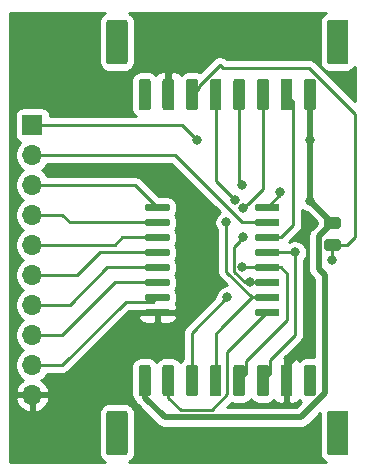
<source format=gbr>
G04 #@! TF.GenerationSoftware,KiCad,Pcbnew,5.1.5-52549c5~84~ubuntu18.04.1*
G04 #@! TF.CreationDate,2019-12-04T11:12:13-07:00*
G04 #@! TF.ProjectId,relay-shift,72656c61-792d-4736-9869-66742e6b6963,rev?*
G04 #@! TF.SameCoordinates,Original*
G04 #@! TF.FileFunction,Copper,L1,Top*
G04 #@! TF.FilePolarity,Positive*
%FSLAX46Y46*%
G04 Gerber Fmt 4.6, Leading zero omitted, Abs format (unit mm)*
G04 Created by KiCad (PCBNEW 5.1.5-52549c5~84~ubuntu18.04.1) date 2019-12-04 11:12:13*
%MOMM*%
%LPD*%
G04 APERTURE LIST*
%ADD10C,0.100000*%
%ADD11O,1.700000X1.700000*%
%ADD12R,1.700000X1.700000*%
%ADD13C,0.800000*%
%ADD14C,0.250000*%
%ADD15C,0.508000*%
%ADD16C,0.254000*%
G04 APERTURE END LIST*
G04 #@! TA.AperFunction,SMDPad,CuDef*
D10*
G36*
X163019703Y-71455722D02*
G01*
X163034264Y-71457882D01*
X163048543Y-71461459D01*
X163062403Y-71466418D01*
X163075710Y-71472712D01*
X163088336Y-71480280D01*
X163100159Y-71489048D01*
X163111066Y-71498934D01*
X163120952Y-71509841D01*
X163129720Y-71521664D01*
X163137288Y-71534290D01*
X163143582Y-71547597D01*
X163148541Y-71561457D01*
X163152118Y-71575736D01*
X163154278Y-71590297D01*
X163155000Y-71605000D01*
X163155000Y-71905000D01*
X163154278Y-71919703D01*
X163152118Y-71934264D01*
X163148541Y-71948543D01*
X163143582Y-71962403D01*
X163137288Y-71975710D01*
X163129720Y-71988336D01*
X163120952Y-72000159D01*
X163111066Y-72011066D01*
X163100159Y-72020952D01*
X163088336Y-72029720D01*
X163075710Y-72037288D01*
X163062403Y-72043582D01*
X163048543Y-72048541D01*
X163034264Y-72052118D01*
X163019703Y-72054278D01*
X163005000Y-72055000D01*
X161255000Y-72055000D01*
X161240297Y-72054278D01*
X161225736Y-72052118D01*
X161211457Y-72048541D01*
X161197597Y-72043582D01*
X161184290Y-72037288D01*
X161171664Y-72029720D01*
X161159841Y-72020952D01*
X161148934Y-72011066D01*
X161139048Y-72000159D01*
X161130280Y-71988336D01*
X161122712Y-71975710D01*
X161116418Y-71962403D01*
X161111459Y-71948543D01*
X161107882Y-71934264D01*
X161105722Y-71919703D01*
X161105000Y-71905000D01*
X161105000Y-71605000D01*
X161105722Y-71590297D01*
X161107882Y-71575736D01*
X161111459Y-71561457D01*
X161116418Y-71547597D01*
X161122712Y-71534290D01*
X161130280Y-71521664D01*
X161139048Y-71509841D01*
X161148934Y-71498934D01*
X161159841Y-71489048D01*
X161171664Y-71480280D01*
X161184290Y-71472712D01*
X161197597Y-71466418D01*
X161211457Y-71461459D01*
X161225736Y-71457882D01*
X161240297Y-71455722D01*
X161255000Y-71455000D01*
X163005000Y-71455000D01*
X163019703Y-71455722D01*
G37*
G04 #@! TD.AperFunction*
G04 #@! TA.AperFunction,SMDPad,CuDef*
G36*
X163019703Y-72725722D02*
G01*
X163034264Y-72727882D01*
X163048543Y-72731459D01*
X163062403Y-72736418D01*
X163075710Y-72742712D01*
X163088336Y-72750280D01*
X163100159Y-72759048D01*
X163111066Y-72768934D01*
X163120952Y-72779841D01*
X163129720Y-72791664D01*
X163137288Y-72804290D01*
X163143582Y-72817597D01*
X163148541Y-72831457D01*
X163152118Y-72845736D01*
X163154278Y-72860297D01*
X163155000Y-72875000D01*
X163155000Y-73175000D01*
X163154278Y-73189703D01*
X163152118Y-73204264D01*
X163148541Y-73218543D01*
X163143582Y-73232403D01*
X163137288Y-73245710D01*
X163129720Y-73258336D01*
X163120952Y-73270159D01*
X163111066Y-73281066D01*
X163100159Y-73290952D01*
X163088336Y-73299720D01*
X163075710Y-73307288D01*
X163062403Y-73313582D01*
X163048543Y-73318541D01*
X163034264Y-73322118D01*
X163019703Y-73324278D01*
X163005000Y-73325000D01*
X161255000Y-73325000D01*
X161240297Y-73324278D01*
X161225736Y-73322118D01*
X161211457Y-73318541D01*
X161197597Y-73313582D01*
X161184290Y-73307288D01*
X161171664Y-73299720D01*
X161159841Y-73290952D01*
X161148934Y-73281066D01*
X161139048Y-73270159D01*
X161130280Y-73258336D01*
X161122712Y-73245710D01*
X161116418Y-73232403D01*
X161111459Y-73218543D01*
X161107882Y-73204264D01*
X161105722Y-73189703D01*
X161105000Y-73175000D01*
X161105000Y-72875000D01*
X161105722Y-72860297D01*
X161107882Y-72845736D01*
X161111459Y-72831457D01*
X161116418Y-72817597D01*
X161122712Y-72804290D01*
X161130280Y-72791664D01*
X161139048Y-72779841D01*
X161148934Y-72768934D01*
X161159841Y-72759048D01*
X161171664Y-72750280D01*
X161184290Y-72742712D01*
X161197597Y-72736418D01*
X161211457Y-72731459D01*
X161225736Y-72727882D01*
X161240297Y-72725722D01*
X161255000Y-72725000D01*
X163005000Y-72725000D01*
X163019703Y-72725722D01*
G37*
G04 #@! TD.AperFunction*
G04 #@! TA.AperFunction,SMDPad,CuDef*
G36*
X163019703Y-73995722D02*
G01*
X163034264Y-73997882D01*
X163048543Y-74001459D01*
X163062403Y-74006418D01*
X163075710Y-74012712D01*
X163088336Y-74020280D01*
X163100159Y-74029048D01*
X163111066Y-74038934D01*
X163120952Y-74049841D01*
X163129720Y-74061664D01*
X163137288Y-74074290D01*
X163143582Y-74087597D01*
X163148541Y-74101457D01*
X163152118Y-74115736D01*
X163154278Y-74130297D01*
X163155000Y-74145000D01*
X163155000Y-74445000D01*
X163154278Y-74459703D01*
X163152118Y-74474264D01*
X163148541Y-74488543D01*
X163143582Y-74502403D01*
X163137288Y-74515710D01*
X163129720Y-74528336D01*
X163120952Y-74540159D01*
X163111066Y-74551066D01*
X163100159Y-74560952D01*
X163088336Y-74569720D01*
X163075710Y-74577288D01*
X163062403Y-74583582D01*
X163048543Y-74588541D01*
X163034264Y-74592118D01*
X163019703Y-74594278D01*
X163005000Y-74595000D01*
X161255000Y-74595000D01*
X161240297Y-74594278D01*
X161225736Y-74592118D01*
X161211457Y-74588541D01*
X161197597Y-74583582D01*
X161184290Y-74577288D01*
X161171664Y-74569720D01*
X161159841Y-74560952D01*
X161148934Y-74551066D01*
X161139048Y-74540159D01*
X161130280Y-74528336D01*
X161122712Y-74515710D01*
X161116418Y-74502403D01*
X161111459Y-74488543D01*
X161107882Y-74474264D01*
X161105722Y-74459703D01*
X161105000Y-74445000D01*
X161105000Y-74145000D01*
X161105722Y-74130297D01*
X161107882Y-74115736D01*
X161111459Y-74101457D01*
X161116418Y-74087597D01*
X161122712Y-74074290D01*
X161130280Y-74061664D01*
X161139048Y-74049841D01*
X161148934Y-74038934D01*
X161159841Y-74029048D01*
X161171664Y-74020280D01*
X161184290Y-74012712D01*
X161197597Y-74006418D01*
X161211457Y-74001459D01*
X161225736Y-73997882D01*
X161240297Y-73995722D01*
X161255000Y-73995000D01*
X163005000Y-73995000D01*
X163019703Y-73995722D01*
G37*
G04 #@! TD.AperFunction*
G04 #@! TA.AperFunction,SMDPad,CuDef*
G36*
X163019703Y-75265722D02*
G01*
X163034264Y-75267882D01*
X163048543Y-75271459D01*
X163062403Y-75276418D01*
X163075710Y-75282712D01*
X163088336Y-75290280D01*
X163100159Y-75299048D01*
X163111066Y-75308934D01*
X163120952Y-75319841D01*
X163129720Y-75331664D01*
X163137288Y-75344290D01*
X163143582Y-75357597D01*
X163148541Y-75371457D01*
X163152118Y-75385736D01*
X163154278Y-75400297D01*
X163155000Y-75415000D01*
X163155000Y-75715000D01*
X163154278Y-75729703D01*
X163152118Y-75744264D01*
X163148541Y-75758543D01*
X163143582Y-75772403D01*
X163137288Y-75785710D01*
X163129720Y-75798336D01*
X163120952Y-75810159D01*
X163111066Y-75821066D01*
X163100159Y-75830952D01*
X163088336Y-75839720D01*
X163075710Y-75847288D01*
X163062403Y-75853582D01*
X163048543Y-75858541D01*
X163034264Y-75862118D01*
X163019703Y-75864278D01*
X163005000Y-75865000D01*
X161255000Y-75865000D01*
X161240297Y-75864278D01*
X161225736Y-75862118D01*
X161211457Y-75858541D01*
X161197597Y-75853582D01*
X161184290Y-75847288D01*
X161171664Y-75839720D01*
X161159841Y-75830952D01*
X161148934Y-75821066D01*
X161139048Y-75810159D01*
X161130280Y-75798336D01*
X161122712Y-75785710D01*
X161116418Y-75772403D01*
X161111459Y-75758543D01*
X161107882Y-75744264D01*
X161105722Y-75729703D01*
X161105000Y-75715000D01*
X161105000Y-75415000D01*
X161105722Y-75400297D01*
X161107882Y-75385736D01*
X161111459Y-75371457D01*
X161116418Y-75357597D01*
X161122712Y-75344290D01*
X161130280Y-75331664D01*
X161139048Y-75319841D01*
X161148934Y-75308934D01*
X161159841Y-75299048D01*
X161171664Y-75290280D01*
X161184290Y-75282712D01*
X161197597Y-75276418D01*
X161211457Y-75271459D01*
X161225736Y-75267882D01*
X161240297Y-75265722D01*
X161255000Y-75265000D01*
X163005000Y-75265000D01*
X163019703Y-75265722D01*
G37*
G04 #@! TD.AperFunction*
G04 #@! TA.AperFunction,SMDPad,CuDef*
G36*
X163019703Y-76535722D02*
G01*
X163034264Y-76537882D01*
X163048543Y-76541459D01*
X163062403Y-76546418D01*
X163075710Y-76552712D01*
X163088336Y-76560280D01*
X163100159Y-76569048D01*
X163111066Y-76578934D01*
X163120952Y-76589841D01*
X163129720Y-76601664D01*
X163137288Y-76614290D01*
X163143582Y-76627597D01*
X163148541Y-76641457D01*
X163152118Y-76655736D01*
X163154278Y-76670297D01*
X163155000Y-76685000D01*
X163155000Y-76985000D01*
X163154278Y-76999703D01*
X163152118Y-77014264D01*
X163148541Y-77028543D01*
X163143582Y-77042403D01*
X163137288Y-77055710D01*
X163129720Y-77068336D01*
X163120952Y-77080159D01*
X163111066Y-77091066D01*
X163100159Y-77100952D01*
X163088336Y-77109720D01*
X163075710Y-77117288D01*
X163062403Y-77123582D01*
X163048543Y-77128541D01*
X163034264Y-77132118D01*
X163019703Y-77134278D01*
X163005000Y-77135000D01*
X161255000Y-77135000D01*
X161240297Y-77134278D01*
X161225736Y-77132118D01*
X161211457Y-77128541D01*
X161197597Y-77123582D01*
X161184290Y-77117288D01*
X161171664Y-77109720D01*
X161159841Y-77100952D01*
X161148934Y-77091066D01*
X161139048Y-77080159D01*
X161130280Y-77068336D01*
X161122712Y-77055710D01*
X161116418Y-77042403D01*
X161111459Y-77028543D01*
X161107882Y-77014264D01*
X161105722Y-76999703D01*
X161105000Y-76985000D01*
X161105000Y-76685000D01*
X161105722Y-76670297D01*
X161107882Y-76655736D01*
X161111459Y-76641457D01*
X161116418Y-76627597D01*
X161122712Y-76614290D01*
X161130280Y-76601664D01*
X161139048Y-76589841D01*
X161148934Y-76578934D01*
X161159841Y-76569048D01*
X161171664Y-76560280D01*
X161184290Y-76552712D01*
X161197597Y-76546418D01*
X161211457Y-76541459D01*
X161225736Y-76537882D01*
X161240297Y-76535722D01*
X161255000Y-76535000D01*
X163005000Y-76535000D01*
X163019703Y-76535722D01*
G37*
G04 #@! TD.AperFunction*
G04 #@! TA.AperFunction,SMDPad,CuDef*
G36*
X163019703Y-77805722D02*
G01*
X163034264Y-77807882D01*
X163048543Y-77811459D01*
X163062403Y-77816418D01*
X163075710Y-77822712D01*
X163088336Y-77830280D01*
X163100159Y-77839048D01*
X163111066Y-77848934D01*
X163120952Y-77859841D01*
X163129720Y-77871664D01*
X163137288Y-77884290D01*
X163143582Y-77897597D01*
X163148541Y-77911457D01*
X163152118Y-77925736D01*
X163154278Y-77940297D01*
X163155000Y-77955000D01*
X163155000Y-78255000D01*
X163154278Y-78269703D01*
X163152118Y-78284264D01*
X163148541Y-78298543D01*
X163143582Y-78312403D01*
X163137288Y-78325710D01*
X163129720Y-78338336D01*
X163120952Y-78350159D01*
X163111066Y-78361066D01*
X163100159Y-78370952D01*
X163088336Y-78379720D01*
X163075710Y-78387288D01*
X163062403Y-78393582D01*
X163048543Y-78398541D01*
X163034264Y-78402118D01*
X163019703Y-78404278D01*
X163005000Y-78405000D01*
X161255000Y-78405000D01*
X161240297Y-78404278D01*
X161225736Y-78402118D01*
X161211457Y-78398541D01*
X161197597Y-78393582D01*
X161184290Y-78387288D01*
X161171664Y-78379720D01*
X161159841Y-78370952D01*
X161148934Y-78361066D01*
X161139048Y-78350159D01*
X161130280Y-78338336D01*
X161122712Y-78325710D01*
X161116418Y-78312403D01*
X161111459Y-78298543D01*
X161107882Y-78284264D01*
X161105722Y-78269703D01*
X161105000Y-78255000D01*
X161105000Y-77955000D01*
X161105722Y-77940297D01*
X161107882Y-77925736D01*
X161111459Y-77911457D01*
X161116418Y-77897597D01*
X161122712Y-77884290D01*
X161130280Y-77871664D01*
X161139048Y-77859841D01*
X161148934Y-77848934D01*
X161159841Y-77839048D01*
X161171664Y-77830280D01*
X161184290Y-77822712D01*
X161197597Y-77816418D01*
X161211457Y-77811459D01*
X161225736Y-77807882D01*
X161240297Y-77805722D01*
X161255000Y-77805000D01*
X163005000Y-77805000D01*
X163019703Y-77805722D01*
G37*
G04 #@! TD.AperFunction*
G04 #@! TA.AperFunction,SMDPad,CuDef*
G36*
X163019703Y-79075722D02*
G01*
X163034264Y-79077882D01*
X163048543Y-79081459D01*
X163062403Y-79086418D01*
X163075710Y-79092712D01*
X163088336Y-79100280D01*
X163100159Y-79109048D01*
X163111066Y-79118934D01*
X163120952Y-79129841D01*
X163129720Y-79141664D01*
X163137288Y-79154290D01*
X163143582Y-79167597D01*
X163148541Y-79181457D01*
X163152118Y-79195736D01*
X163154278Y-79210297D01*
X163155000Y-79225000D01*
X163155000Y-79525000D01*
X163154278Y-79539703D01*
X163152118Y-79554264D01*
X163148541Y-79568543D01*
X163143582Y-79582403D01*
X163137288Y-79595710D01*
X163129720Y-79608336D01*
X163120952Y-79620159D01*
X163111066Y-79631066D01*
X163100159Y-79640952D01*
X163088336Y-79649720D01*
X163075710Y-79657288D01*
X163062403Y-79663582D01*
X163048543Y-79668541D01*
X163034264Y-79672118D01*
X163019703Y-79674278D01*
X163005000Y-79675000D01*
X161255000Y-79675000D01*
X161240297Y-79674278D01*
X161225736Y-79672118D01*
X161211457Y-79668541D01*
X161197597Y-79663582D01*
X161184290Y-79657288D01*
X161171664Y-79649720D01*
X161159841Y-79640952D01*
X161148934Y-79631066D01*
X161139048Y-79620159D01*
X161130280Y-79608336D01*
X161122712Y-79595710D01*
X161116418Y-79582403D01*
X161111459Y-79568543D01*
X161107882Y-79554264D01*
X161105722Y-79539703D01*
X161105000Y-79525000D01*
X161105000Y-79225000D01*
X161105722Y-79210297D01*
X161107882Y-79195736D01*
X161111459Y-79181457D01*
X161116418Y-79167597D01*
X161122712Y-79154290D01*
X161130280Y-79141664D01*
X161139048Y-79129841D01*
X161148934Y-79118934D01*
X161159841Y-79109048D01*
X161171664Y-79100280D01*
X161184290Y-79092712D01*
X161197597Y-79086418D01*
X161211457Y-79081459D01*
X161225736Y-79077882D01*
X161240297Y-79075722D01*
X161255000Y-79075000D01*
X163005000Y-79075000D01*
X163019703Y-79075722D01*
G37*
G04 #@! TD.AperFunction*
G04 #@! TA.AperFunction,SMDPad,CuDef*
G36*
X163019703Y-80345722D02*
G01*
X163034264Y-80347882D01*
X163048543Y-80351459D01*
X163062403Y-80356418D01*
X163075710Y-80362712D01*
X163088336Y-80370280D01*
X163100159Y-80379048D01*
X163111066Y-80388934D01*
X163120952Y-80399841D01*
X163129720Y-80411664D01*
X163137288Y-80424290D01*
X163143582Y-80437597D01*
X163148541Y-80451457D01*
X163152118Y-80465736D01*
X163154278Y-80480297D01*
X163155000Y-80495000D01*
X163155000Y-80795000D01*
X163154278Y-80809703D01*
X163152118Y-80824264D01*
X163148541Y-80838543D01*
X163143582Y-80852403D01*
X163137288Y-80865710D01*
X163129720Y-80878336D01*
X163120952Y-80890159D01*
X163111066Y-80901066D01*
X163100159Y-80910952D01*
X163088336Y-80919720D01*
X163075710Y-80927288D01*
X163062403Y-80933582D01*
X163048543Y-80938541D01*
X163034264Y-80942118D01*
X163019703Y-80944278D01*
X163005000Y-80945000D01*
X161255000Y-80945000D01*
X161240297Y-80944278D01*
X161225736Y-80942118D01*
X161211457Y-80938541D01*
X161197597Y-80933582D01*
X161184290Y-80927288D01*
X161171664Y-80919720D01*
X161159841Y-80910952D01*
X161148934Y-80901066D01*
X161139048Y-80890159D01*
X161130280Y-80878336D01*
X161122712Y-80865710D01*
X161116418Y-80852403D01*
X161111459Y-80838543D01*
X161107882Y-80824264D01*
X161105722Y-80809703D01*
X161105000Y-80795000D01*
X161105000Y-80495000D01*
X161105722Y-80480297D01*
X161107882Y-80465736D01*
X161111459Y-80451457D01*
X161116418Y-80437597D01*
X161122712Y-80424290D01*
X161130280Y-80411664D01*
X161139048Y-80399841D01*
X161148934Y-80388934D01*
X161159841Y-80379048D01*
X161171664Y-80370280D01*
X161184290Y-80362712D01*
X161197597Y-80356418D01*
X161211457Y-80351459D01*
X161225736Y-80347882D01*
X161240297Y-80345722D01*
X161255000Y-80345000D01*
X163005000Y-80345000D01*
X163019703Y-80345722D01*
G37*
G04 #@! TD.AperFunction*
G04 #@! TA.AperFunction,SMDPad,CuDef*
G36*
X153719703Y-80345722D02*
G01*
X153734264Y-80347882D01*
X153748543Y-80351459D01*
X153762403Y-80356418D01*
X153775710Y-80362712D01*
X153788336Y-80370280D01*
X153800159Y-80379048D01*
X153811066Y-80388934D01*
X153820952Y-80399841D01*
X153829720Y-80411664D01*
X153837288Y-80424290D01*
X153843582Y-80437597D01*
X153848541Y-80451457D01*
X153852118Y-80465736D01*
X153854278Y-80480297D01*
X153855000Y-80495000D01*
X153855000Y-80795000D01*
X153854278Y-80809703D01*
X153852118Y-80824264D01*
X153848541Y-80838543D01*
X153843582Y-80852403D01*
X153837288Y-80865710D01*
X153829720Y-80878336D01*
X153820952Y-80890159D01*
X153811066Y-80901066D01*
X153800159Y-80910952D01*
X153788336Y-80919720D01*
X153775710Y-80927288D01*
X153762403Y-80933582D01*
X153748543Y-80938541D01*
X153734264Y-80942118D01*
X153719703Y-80944278D01*
X153705000Y-80945000D01*
X151955000Y-80945000D01*
X151940297Y-80944278D01*
X151925736Y-80942118D01*
X151911457Y-80938541D01*
X151897597Y-80933582D01*
X151884290Y-80927288D01*
X151871664Y-80919720D01*
X151859841Y-80910952D01*
X151848934Y-80901066D01*
X151839048Y-80890159D01*
X151830280Y-80878336D01*
X151822712Y-80865710D01*
X151816418Y-80852403D01*
X151811459Y-80838543D01*
X151807882Y-80824264D01*
X151805722Y-80809703D01*
X151805000Y-80795000D01*
X151805000Y-80495000D01*
X151805722Y-80480297D01*
X151807882Y-80465736D01*
X151811459Y-80451457D01*
X151816418Y-80437597D01*
X151822712Y-80424290D01*
X151830280Y-80411664D01*
X151839048Y-80399841D01*
X151848934Y-80388934D01*
X151859841Y-80379048D01*
X151871664Y-80370280D01*
X151884290Y-80362712D01*
X151897597Y-80356418D01*
X151911457Y-80351459D01*
X151925736Y-80347882D01*
X151940297Y-80345722D01*
X151955000Y-80345000D01*
X153705000Y-80345000D01*
X153719703Y-80345722D01*
G37*
G04 #@! TD.AperFunction*
G04 #@! TA.AperFunction,SMDPad,CuDef*
G36*
X153719703Y-79075722D02*
G01*
X153734264Y-79077882D01*
X153748543Y-79081459D01*
X153762403Y-79086418D01*
X153775710Y-79092712D01*
X153788336Y-79100280D01*
X153800159Y-79109048D01*
X153811066Y-79118934D01*
X153820952Y-79129841D01*
X153829720Y-79141664D01*
X153837288Y-79154290D01*
X153843582Y-79167597D01*
X153848541Y-79181457D01*
X153852118Y-79195736D01*
X153854278Y-79210297D01*
X153855000Y-79225000D01*
X153855000Y-79525000D01*
X153854278Y-79539703D01*
X153852118Y-79554264D01*
X153848541Y-79568543D01*
X153843582Y-79582403D01*
X153837288Y-79595710D01*
X153829720Y-79608336D01*
X153820952Y-79620159D01*
X153811066Y-79631066D01*
X153800159Y-79640952D01*
X153788336Y-79649720D01*
X153775710Y-79657288D01*
X153762403Y-79663582D01*
X153748543Y-79668541D01*
X153734264Y-79672118D01*
X153719703Y-79674278D01*
X153705000Y-79675000D01*
X151955000Y-79675000D01*
X151940297Y-79674278D01*
X151925736Y-79672118D01*
X151911457Y-79668541D01*
X151897597Y-79663582D01*
X151884290Y-79657288D01*
X151871664Y-79649720D01*
X151859841Y-79640952D01*
X151848934Y-79631066D01*
X151839048Y-79620159D01*
X151830280Y-79608336D01*
X151822712Y-79595710D01*
X151816418Y-79582403D01*
X151811459Y-79568543D01*
X151807882Y-79554264D01*
X151805722Y-79539703D01*
X151805000Y-79525000D01*
X151805000Y-79225000D01*
X151805722Y-79210297D01*
X151807882Y-79195736D01*
X151811459Y-79181457D01*
X151816418Y-79167597D01*
X151822712Y-79154290D01*
X151830280Y-79141664D01*
X151839048Y-79129841D01*
X151848934Y-79118934D01*
X151859841Y-79109048D01*
X151871664Y-79100280D01*
X151884290Y-79092712D01*
X151897597Y-79086418D01*
X151911457Y-79081459D01*
X151925736Y-79077882D01*
X151940297Y-79075722D01*
X151955000Y-79075000D01*
X153705000Y-79075000D01*
X153719703Y-79075722D01*
G37*
G04 #@! TD.AperFunction*
G04 #@! TA.AperFunction,SMDPad,CuDef*
G36*
X153719703Y-77805722D02*
G01*
X153734264Y-77807882D01*
X153748543Y-77811459D01*
X153762403Y-77816418D01*
X153775710Y-77822712D01*
X153788336Y-77830280D01*
X153800159Y-77839048D01*
X153811066Y-77848934D01*
X153820952Y-77859841D01*
X153829720Y-77871664D01*
X153837288Y-77884290D01*
X153843582Y-77897597D01*
X153848541Y-77911457D01*
X153852118Y-77925736D01*
X153854278Y-77940297D01*
X153855000Y-77955000D01*
X153855000Y-78255000D01*
X153854278Y-78269703D01*
X153852118Y-78284264D01*
X153848541Y-78298543D01*
X153843582Y-78312403D01*
X153837288Y-78325710D01*
X153829720Y-78338336D01*
X153820952Y-78350159D01*
X153811066Y-78361066D01*
X153800159Y-78370952D01*
X153788336Y-78379720D01*
X153775710Y-78387288D01*
X153762403Y-78393582D01*
X153748543Y-78398541D01*
X153734264Y-78402118D01*
X153719703Y-78404278D01*
X153705000Y-78405000D01*
X151955000Y-78405000D01*
X151940297Y-78404278D01*
X151925736Y-78402118D01*
X151911457Y-78398541D01*
X151897597Y-78393582D01*
X151884290Y-78387288D01*
X151871664Y-78379720D01*
X151859841Y-78370952D01*
X151848934Y-78361066D01*
X151839048Y-78350159D01*
X151830280Y-78338336D01*
X151822712Y-78325710D01*
X151816418Y-78312403D01*
X151811459Y-78298543D01*
X151807882Y-78284264D01*
X151805722Y-78269703D01*
X151805000Y-78255000D01*
X151805000Y-77955000D01*
X151805722Y-77940297D01*
X151807882Y-77925736D01*
X151811459Y-77911457D01*
X151816418Y-77897597D01*
X151822712Y-77884290D01*
X151830280Y-77871664D01*
X151839048Y-77859841D01*
X151848934Y-77848934D01*
X151859841Y-77839048D01*
X151871664Y-77830280D01*
X151884290Y-77822712D01*
X151897597Y-77816418D01*
X151911457Y-77811459D01*
X151925736Y-77807882D01*
X151940297Y-77805722D01*
X151955000Y-77805000D01*
X153705000Y-77805000D01*
X153719703Y-77805722D01*
G37*
G04 #@! TD.AperFunction*
G04 #@! TA.AperFunction,SMDPad,CuDef*
G36*
X153719703Y-76535722D02*
G01*
X153734264Y-76537882D01*
X153748543Y-76541459D01*
X153762403Y-76546418D01*
X153775710Y-76552712D01*
X153788336Y-76560280D01*
X153800159Y-76569048D01*
X153811066Y-76578934D01*
X153820952Y-76589841D01*
X153829720Y-76601664D01*
X153837288Y-76614290D01*
X153843582Y-76627597D01*
X153848541Y-76641457D01*
X153852118Y-76655736D01*
X153854278Y-76670297D01*
X153855000Y-76685000D01*
X153855000Y-76985000D01*
X153854278Y-76999703D01*
X153852118Y-77014264D01*
X153848541Y-77028543D01*
X153843582Y-77042403D01*
X153837288Y-77055710D01*
X153829720Y-77068336D01*
X153820952Y-77080159D01*
X153811066Y-77091066D01*
X153800159Y-77100952D01*
X153788336Y-77109720D01*
X153775710Y-77117288D01*
X153762403Y-77123582D01*
X153748543Y-77128541D01*
X153734264Y-77132118D01*
X153719703Y-77134278D01*
X153705000Y-77135000D01*
X151955000Y-77135000D01*
X151940297Y-77134278D01*
X151925736Y-77132118D01*
X151911457Y-77128541D01*
X151897597Y-77123582D01*
X151884290Y-77117288D01*
X151871664Y-77109720D01*
X151859841Y-77100952D01*
X151848934Y-77091066D01*
X151839048Y-77080159D01*
X151830280Y-77068336D01*
X151822712Y-77055710D01*
X151816418Y-77042403D01*
X151811459Y-77028543D01*
X151807882Y-77014264D01*
X151805722Y-76999703D01*
X151805000Y-76985000D01*
X151805000Y-76685000D01*
X151805722Y-76670297D01*
X151807882Y-76655736D01*
X151811459Y-76641457D01*
X151816418Y-76627597D01*
X151822712Y-76614290D01*
X151830280Y-76601664D01*
X151839048Y-76589841D01*
X151848934Y-76578934D01*
X151859841Y-76569048D01*
X151871664Y-76560280D01*
X151884290Y-76552712D01*
X151897597Y-76546418D01*
X151911457Y-76541459D01*
X151925736Y-76537882D01*
X151940297Y-76535722D01*
X151955000Y-76535000D01*
X153705000Y-76535000D01*
X153719703Y-76535722D01*
G37*
G04 #@! TD.AperFunction*
G04 #@! TA.AperFunction,SMDPad,CuDef*
G36*
X153719703Y-75265722D02*
G01*
X153734264Y-75267882D01*
X153748543Y-75271459D01*
X153762403Y-75276418D01*
X153775710Y-75282712D01*
X153788336Y-75290280D01*
X153800159Y-75299048D01*
X153811066Y-75308934D01*
X153820952Y-75319841D01*
X153829720Y-75331664D01*
X153837288Y-75344290D01*
X153843582Y-75357597D01*
X153848541Y-75371457D01*
X153852118Y-75385736D01*
X153854278Y-75400297D01*
X153855000Y-75415000D01*
X153855000Y-75715000D01*
X153854278Y-75729703D01*
X153852118Y-75744264D01*
X153848541Y-75758543D01*
X153843582Y-75772403D01*
X153837288Y-75785710D01*
X153829720Y-75798336D01*
X153820952Y-75810159D01*
X153811066Y-75821066D01*
X153800159Y-75830952D01*
X153788336Y-75839720D01*
X153775710Y-75847288D01*
X153762403Y-75853582D01*
X153748543Y-75858541D01*
X153734264Y-75862118D01*
X153719703Y-75864278D01*
X153705000Y-75865000D01*
X151955000Y-75865000D01*
X151940297Y-75864278D01*
X151925736Y-75862118D01*
X151911457Y-75858541D01*
X151897597Y-75853582D01*
X151884290Y-75847288D01*
X151871664Y-75839720D01*
X151859841Y-75830952D01*
X151848934Y-75821066D01*
X151839048Y-75810159D01*
X151830280Y-75798336D01*
X151822712Y-75785710D01*
X151816418Y-75772403D01*
X151811459Y-75758543D01*
X151807882Y-75744264D01*
X151805722Y-75729703D01*
X151805000Y-75715000D01*
X151805000Y-75415000D01*
X151805722Y-75400297D01*
X151807882Y-75385736D01*
X151811459Y-75371457D01*
X151816418Y-75357597D01*
X151822712Y-75344290D01*
X151830280Y-75331664D01*
X151839048Y-75319841D01*
X151848934Y-75308934D01*
X151859841Y-75299048D01*
X151871664Y-75290280D01*
X151884290Y-75282712D01*
X151897597Y-75276418D01*
X151911457Y-75271459D01*
X151925736Y-75267882D01*
X151940297Y-75265722D01*
X151955000Y-75265000D01*
X153705000Y-75265000D01*
X153719703Y-75265722D01*
G37*
G04 #@! TD.AperFunction*
G04 #@! TA.AperFunction,SMDPad,CuDef*
G36*
X153719703Y-73995722D02*
G01*
X153734264Y-73997882D01*
X153748543Y-74001459D01*
X153762403Y-74006418D01*
X153775710Y-74012712D01*
X153788336Y-74020280D01*
X153800159Y-74029048D01*
X153811066Y-74038934D01*
X153820952Y-74049841D01*
X153829720Y-74061664D01*
X153837288Y-74074290D01*
X153843582Y-74087597D01*
X153848541Y-74101457D01*
X153852118Y-74115736D01*
X153854278Y-74130297D01*
X153855000Y-74145000D01*
X153855000Y-74445000D01*
X153854278Y-74459703D01*
X153852118Y-74474264D01*
X153848541Y-74488543D01*
X153843582Y-74502403D01*
X153837288Y-74515710D01*
X153829720Y-74528336D01*
X153820952Y-74540159D01*
X153811066Y-74551066D01*
X153800159Y-74560952D01*
X153788336Y-74569720D01*
X153775710Y-74577288D01*
X153762403Y-74583582D01*
X153748543Y-74588541D01*
X153734264Y-74592118D01*
X153719703Y-74594278D01*
X153705000Y-74595000D01*
X151955000Y-74595000D01*
X151940297Y-74594278D01*
X151925736Y-74592118D01*
X151911457Y-74588541D01*
X151897597Y-74583582D01*
X151884290Y-74577288D01*
X151871664Y-74569720D01*
X151859841Y-74560952D01*
X151848934Y-74551066D01*
X151839048Y-74540159D01*
X151830280Y-74528336D01*
X151822712Y-74515710D01*
X151816418Y-74502403D01*
X151811459Y-74488543D01*
X151807882Y-74474264D01*
X151805722Y-74459703D01*
X151805000Y-74445000D01*
X151805000Y-74145000D01*
X151805722Y-74130297D01*
X151807882Y-74115736D01*
X151811459Y-74101457D01*
X151816418Y-74087597D01*
X151822712Y-74074290D01*
X151830280Y-74061664D01*
X151839048Y-74049841D01*
X151848934Y-74038934D01*
X151859841Y-74029048D01*
X151871664Y-74020280D01*
X151884290Y-74012712D01*
X151897597Y-74006418D01*
X151911457Y-74001459D01*
X151925736Y-73997882D01*
X151940297Y-73995722D01*
X151955000Y-73995000D01*
X153705000Y-73995000D01*
X153719703Y-73995722D01*
G37*
G04 #@! TD.AperFunction*
G04 #@! TA.AperFunction,SMDPad,CuDef*
G36*
X153719703Y-72725722D02*
G01*
X153734264Y-72727882D01*
X153748543Y-72731459D01*
X153762403Y-72736418D01*
X153775710Y-72742712D01*
X153788336Y-72750280D01*
X153800159Y-72759048D01*
X153811066Y-72768934D01*
X153820952Y-72779841D01*
X153829720Y-72791664D01*
X153837288Y-72804290D01*
X153843582Y-72817597D01*
X153848541Y-72831457D01*
X153852118Y-72845736D01*
X153854278Y-72860297D01*
X153855000Y-72875000D01*
X153855000Y-73175000D01*
X153854278Y-73189703D01*
X153852118Y-73204264D01*
X153848541Y-73218543D01*
X153843582Y-73232403D01*
X153837288Y-73245710D01*
X153829720Y-73258336D01*
X153820952Y-73270159D01*
X153811066Y-73281066D01*
X153800159Y-73290952D01*
X153788336Y-73299720D01*
X153775710Y-73307288D01*
X153762403Y-73313582D01*
X153748543Y-73318541D01*
X153734264Y-73322118D01*
X153719703Y-73324278D01*
X153705000Y-73325000D01*
X151955000Y-73325000D01*
X151940297Y-73324278D01*
X151925736Y-73322118D01*
X151911457Y-73318541D01*
X151897597Y-73313582D01*
X151884290Y-73307288D01*
X151871664Y-73299720D01*
X151859841Y-73290952D01*
X151848934Y-73281066D01*
X151839048Y-73270159D01*
X151830280Y-73258336D01*
X151822712Y-73245710D01*
X151816418Y-73232403D01*
X151811459Y-73218543D01*
X151807882Y-73204264D01*
X151805722Y-73189703D01*
X151805000Y-73175000D01*
X151805000Y-72875000D01*
X151805722Y-72860297D01*
X151807882Y-72845736D01*
X151811459Y-72831457D01*
X151816418Y-72817597D01*
X151822712Y-72804290D01*
X151830280Y-72791664D01*
X151839048Y-72779841D01*
X151848934Y-72768934D01*
X151859841Y-72759048D01*
X151871664Y-72750280D01*
X151884290Y-72742712D01*
X151897597Y-72736418D01*
X151911457Y-72731459D01*
X151925736Y-72727882D01*
X151940297Y-72725722D01*
X151955000Y-72725000D01*
X153705000Y-72725000D01*
X153719703Y-72725722D01*
G37*
G04 #@! TD.AperFunction*
G04 #@! TA.AperFunction,SMDPad,CuDef*
G36*
X153719703Y-71455722D02*
G01*
X153734264Y-71457882D01*
X153748543Y-71461459D01*
X153762403Y-71466418D01*
X153775710Y-71472712D01*
X153788336Y-71480280D01*
X153800159Y-71489048D01*
X153811066Y-71498934D01*
X153820952Y-71509841D01*
X153829720Y-71521664D01*
X153837288Y-71534290D01*
X153843582Y-71547597D01*
X153848541Y-71561457D01*
X153852118Y-71575736D01*
X153854278Y-71590297D01*
X153855000Y-71605000D01*
X153855000Y-71905000D01*
X153854278Y-71919703D01*
X153852118Y-71934264D01*
X153848541Y-71948543D01*
X153843582Y-71962403D01*
X153837288Y-71975710D01*
X153829720Y-71988336D01*
X153820952Y-72000159D01*
X153811066Y-72011066D01*
X153800159Y-72020952D01*
X153788336Y-72029720D01*
X153775710Y-72037288D01*
X153762403Y-72043582D01*
X153748543Y-72048541D01*
X153734264Y-72052118D01*
X153719703Y-72054278D01*
X153705000Y-72055000D01*
X151955000Y-72055000D01*
X151940297Y-72054278D01*
X151925736Y-72052118D01*
X151911457Y-72048541D01*
X151897597Y-72043582D01*
X151884290Y-72037288D01*
X151871664Y-72029720D01*
X151859841Y-72020952D01*
X151848934Y-72011066D01*
X151839048Y-72000159D01*
X151830280Y-71988336D01*
X151822712Y-71975710D01*
X151816418Y-71962403D01*
X151811459Y-71948543D01*
X151807882Y-71934264D01*
X151805722Y-71919703D01*
X151805000Y-71905000D01*
X151805000Y-71605000D01*
X151805722Y-71590297D01*
X151807882Y-71575736D01*
X151811459Y-71561457D01*
X151816418Y-71547597D01*
X151822712Y-71534290D01*
X151830280Y-71521664D01*
X151839048Y-71509841D01*
X151848934Y-71498934D01*
X151859841Y-71489048D01*
X151871664Y-71480280D01*
X151884290Y-71472712D01*
X151897597Y-71466418D01*
X151911457Y-71461459D01*
X151925736Y-71457882D01*
X151940297Y-71455722D01*
X151955000Y-71455000D01*
X153705000Y-71455000D01*
X153719703Y-71455722D01*
G37*
G04 #@! TD.AperFunction*
G04 #@! TA.AperFunction,SMDPad,CuDef*
G36*
X168120142Y-72568674D02*
G01*
X168143803Y-72572184D01*
X168167007Y-72577996D01*
X168189529Y-72586054D01*
X168211153Y-72596282D01*
X168231670Y-72608579D01*
X168250883Y-72622829D01*
X168268607Y-72638893D01*
X168284671Y-72656617D01*
X168298921Y-72675830D01*
X168311218Y-72696347D01*
X168321446Y-72717971D01*
X168329504Y-72740493D01*
X168335316Y-72763697D01*
X168338826Y-72787358D01*
X168340000Y-72811250D01*
X168340000Y-73298750D01*
X168338826Y-73322642D01*
X168335316Y-73346303D01*
X168329504Y-73369507D01*
X168321446Y-73392029D01*
X168311218Y-73413653D01*
X168298921Y-73434170D01*
X168284671Y-73453383D01*
X168268607Y-73471107D01*
X168250883Y-73487171D01*
X168231670Y-73501421D01*
X168211153Y-73513718D01*
X168189529Y-73523946D01*
X168167007Y-73532004D01*
X168143803Y-73537816D01*
X168120142Y-73541326D01*
X168096250Y-73542500D01*
X167183750Y-73542500D01*
X167159858Y-73541326D01*
X167136197Y-73537816D01*
X167112993Y-73532004D01*
X167090471Y-73523946D01*
X167068847Y-73513718D01*
X167048330Y-73501421D01*
X167029117Y-73487171D01*
X167011393Y-73471107D01*
X166995329Y-73453383D01*
X166981079Y-73434170D01*
X166968782Y-73413653D01*
X166958554Y-73392029D01*
X166950496Y-73369507D01*
X166944684Y-73346303D01*
X166941174Y-73322642D01*
X166940000Y-73298750D01*
X166940000Y-72811250D01*
X166941174Y-72787358D01*
X166944684Y-72763697D01*
X166950496Y-72740493D01*
X166958554Y-72717971D01*
X166968782Y-72696347D01*
X166981079Y-72675830D01*
X166995329Y-72656617D01*
X167011393Y-72638893D01*
X167029117Y-72622829D01*
X167048330Y-72608579D01*
X167068847Y-72596282D01*
X167090471Y-72586054D01*
X167112993Y-72577996D01*
X167136197Y-72572184D01*
X167159858Y-72568674D01*
X167183750Y-72567500D01*
X168096250Y-72567500D01*
X168120142Y-72568674D01*
G37*
G04 #@! TD.AperFunction*
G04 #@! TA.AperFunction,SMDPad,CuDef*
G36*
X168120142Y-74443674D02*
G01*
X168143803Y-74447184D01*
X168167007Y-74452996D01*
X168189529Y-74461054D01*
X168211153Y-74471282D01*
X168231670Y-74483579D01*
X168250883Y-74497829D01*
X168268607Y-74513893D01*
X168284671Y-74531617D01*
X168298921Y-74550830D01*
X168311218Y-74571347D01*
X168321446Y-74592971D01*
X168329504Y-74615493D01*
X168335316Y-74638697D01*
X168338826Y-74662358D01*
X168340000Y-74686250D01*
X168340000Y-75173750D01*
X168338826Y-75197642D01*
X168335316Y-75221303D01*
X168329504Y-75244507D01*
X168321446Y-75267029D01*
X168311218Y-75288653D01*
X168298921Y-75309170D01*
X168284671Y-75328383D01*
X168268607Y-75346107D01*
X168250883Y-75362171D01*
X168231670Y-75376421D01*
X168211153Y-75388718D01*
X168189529Y-75398946D01*
X168167007Y-75407004D01*
X168143803Y-75412816D01*
X168120142Y-75416326D01*
X168096250Y-75417500D01*
X167183750Y-75417500D01*
X167159858Y-75416326D01*
X167136197Y-75412816D01*
X167112993Y-75407004D01*
X167090471Y-75398946D01*
X167068847Y-75388718D01*
X167048330Y-75376421D01*
X167029117Y-75362171D01*
X167011393Y-75346107D01*
X166995329Y-75328383D01*
X166981079Y-75309170D01*
X166968782Y-75288653D01*
X166958554Y-75267029D01*
X166950496Y-75244507D01*
X166944684Y-75221303D01*
X166941174Y-75197642D01*
X166940000Y-75173750D01*
X166940000Y-74686250D01*
X166941174Y-74662358D01*
X166944684Y-74638697D01*
X166950496Y-74615493D01*
X166958554Y-74592971D01*
X166968782Y-74571347D01*
X166981079Y-74550830D01*
X166995329Y-74531617D01*
X167011393Y-74513893D01*
X167029117Y-74497829D01*
X167048330Y-74483579D01*
X167068847Y-74471282D01*
X167090471Y-74461054D01*
X167112993Y-74452996D01*
X167136197Y-74447184D01*
X167159858Y-74443674D01*
X167183750Y-74442500D01*
X168096250Y-74442500D01*
X168120142Y-74443674D01*
G37*
G04 #@! TD.AperFunction*
D11*
X142240000Y-87630000D03*
X142240000Y-85090000D03*
X142240000Y-82550000D03*
X142240000Y-80010000D03*
X142240000Y-77470000D03*
X142240000Y-74930000D03*
X142240000Y-72390000D03*
X142240000Y-69850000D03*
X142240000Y-67310000D03*
D12*
X142240000Y-64770000D03*
G04 #@! TA.AperFunction,SMDPad,CuDef*
D10*
G36*
X168774504Y-88951204D02*
G01*
X168798773Y-88954804D01*
X168822571Y-88960765D01*
X168845671Y-88969030D01*
X168867849Y-88979520D01*
X168888893Y-88992133D01*
X168908598Y-89006747D01*
X168926777Y-89023223D01*
X168943253Y-89041402D01*
X168957867Y-89061107D01*
X168970480Y-89082151D01*
X168980970Y-89104329D01*
X168989235Y-89127429D01*
X168995196Y-89151227D01*
X168998796Y-89175496D01*
X169000000Y-89200000D01*
X169000000Y-92500000D01*
X168998796Y-92524504D01*
X168995196Y-92548773D01*
X168989235Y-92572571D01*
X168980970Y-92595671D01*
X168970480Y-92617849D01*
X168957867Y-92638893D01*
X168943253Y-92658598D01*
X168926777Y-92676777D01*
X168908598Y-92693253D01*
X168888893Y-92707867D01*
X168867849Y-92720480D01*
X168845671Y-92730970D01*
X168822571Y-92739235D01*
X168798773Y-92745196D01*
X168774504Y-92748796D01*
X168750000Y-92750000D01*
X167450000Y-92750000D01*
X167425496Y-92748796D01*
X167401227Y-92745196D01*
X167377429Y-92739235D01*
X167354329Y-92730970D01*
X167332151Y-92720480D01*
X167311107Y-92707867D01*
X167291402Y-92693253D01*
X167273223Y-92676777D01*
X167256747Y-92658598D01*
X167242133Y-92638893D01*
X167229520Y-92617849D01*
X167219030Y-92595671D01*
X167210765Y-92572571D01*
X167204804Y-92548773D01*
X167201204Y-92524504D01*
X167200000Y-92500000D01*
X167200000Y-89200000D01*
X167201204Y-89175496D01*
X167204804Y-89151227D01*
X167210765Y-89127429D01*
X167219030Y-89104329D01*
X167229520Y-89082151D01*
X167242133Y-89061107D01*
X167256747Y-89041402D01*
X167273223Y-89023223D01*
X167291402Y-89006747D01*
X167311107Y-88992133D01*
X167332151Y-88979520D01*
X167354329Y-88969030D01*
X167377429Y-88960765D01*
X167401227Y-88954804D01*
X167425496Y-88951204D01*
X167450000Y-88950000D01*
X168750000Y-88950000D01*
X168774504Y-88951204D01*
G37*
G04 #@! TD.AperFunction*
G04 #@! TA.AperFunction,SMDPad,CuDef*
G36*
X150074504Y-88951204D02*
G01*
X150098773Y-88954804D01*
X150122571Y-88960765D01*
X150145671Y-88969030D01*
X150167849Y-88979520D01*
X150188893Y-88992133D01*
X150208598Y-89006747D01*
X150226777Y-89023223D01*
X150243253Y-89041402D01*
X150257867Y-89061107D01*
X150270480Y-89082151D01*
X150280970Y-89104329D01*
X150289235Y-89127429D01*
X150295196Y-89151227D01*
X150298796Y-89175496D01*
X150300000Y-89200000D01*
X150300000Y-92500000D01*
X150298796Y-92524504D01*
X150295196Y-92548773D01*
X150289235Y-92572571D01*
X150280970Y-92595671D01*
X150270480Y-92617849D01*
X150257867Y-92638893D01*
X150243253Y-92658598D01*
X150226777Y-92676777D01*
X150208598Y-92693253D01*
X150188893Y-92707867D01*
X150167849Y-92720480D01*
X150145671Y-92730970D01*
X150122571Y-92739235D01*
X150098773Y-92745196D01*
X150074504Y-92748796D01*
X150050000Y-92750000D01*
X148750000Y-92750000D01*
X148725496Y-92748796D01*
X148701227Y-92745196D01*
X148677429Y-92739235D01*
X148654329Y-92730970D01*
X148632151Y-92720480D01*
X148611107Y-92707867D01*
X148591402Y-92693253D01*
X148573223Y-92676777D01*
X148556747Y-92658598D01*
X148542133Y-92638893D01*
X148529520Y-92617849D01*
X148519030Y-92595671D01*
X148510765Y-92572571D01*
X148504804Y-92548773D01*
X148501204Y-92524504D01*
X148500000Y-92500000D01*
X148500000Y-89200000D01*
X148501204Y-89175496D01*
X148504804Y-89151227D01*
X148510765Y-89127429D01*
X148519030Y-89104329D01*
X148529520Y-89082151D01*
X148542133Y-89061107D01*
X148556747Y-89041402D01*
X148573223Y-89023223D01*
X148591402Y-89006747D01*
X148611107Y-88992133D01*
X148632151Y-88979520D01*
X148654329Y-88969030D01*
X148677429Y-88960765D01*
X148701227Y-88954804D01*
X148725496Y-88951204D01*
X148750000Y-88950000D01*
X150050000Y-88950000D01*
X150074504Y-88951204D01*
G37*
G04 #@! TD.AperFunction*
G04 #@! TA.AperFunction,SMDPad,CuDef*
G36*
X166024504Y-85051204D02*
G01*
X166048773Y-85054804D01*
X166072571Y-85060765D01*
X166095671Y-85069030D01*
X166117849Y-85079520D01*
X166138893Y-85092133D01*
X166158598Y-85106747D01*
X166176777Y-85123223D01*
X166193253Y-85141402D01*
X166207867Y-85161107D01*
X166220480Y-85182151D01*
X166230970Y-85204329D01*
X166239235Y-85227429D01*
X166245196Y-85251227D01*
X166248796Y-85275496D01*
X166250000Y-85300000D01*
X166250000Y-87500000D01*
X166248796Y-87524504D01*
X166245196Y-87548773D01*
X166239235Y-87572571D01*
X166230970Y-87595671D01*
X166220480Y-87617849D01*
X166207867Y-87638893D01*
X166193253Y-87658598D01*
X166176777Y-87676777D01*
X166158598Y-87693253D01*
X166138893Y-87707867D01*
X166117849Y-87720480D01*
X166095671Y-87730970D01*
X166072571Y-87739235D01*
X166048773Y-87745196D01*
X166024504Y-87748796D01*
X166000000Y-87750000D01*
X165500000Y-87750000D01*
X165475496Y-87748796D01*
X165451227Y-87745196D01*
X165427429Y-87739235D01*
X165404329Y-87730970D01*
X165382151Y-87720480D01*
X165361107Y-87707867D01*
X165341402Y-87693253D01*
X165323223Y-87676777D01*
X165306747Y-87658598D01*
X165292133Y-87638893D01*
X165279520Y-87617849D01*
X165269030Y-87595671D01*
X165260765Y-87572571D01*
X165254804Y-87548773D01*
X165251204Y-87524504D01*
X165250000Y-87500000D01*
X165250000Y-85300000D01*
X165251204Y-85275496D01*
X165254804Y-85251227D01*
X165260765Y-85227429D01*
X165269030Y-85204329D01*
X165279520Y-85182151D01*
X165292133Y-85161107D01*
X165306747Y-85141402D01*
X165323223Y-85123223D01*
X165341402Y-85106747D01*
X165361107Y-85092133D01*
X165382151Y-85079520D01*
X165404329Y-85069030D01*
X165427429Y-85060765D01*
X165451227Y-85054804D01*
X165475496Y-85051204D01*
X165500000Y-85050000D01*
X166000000Y-85050000D01*
X166024504Y-85051204D01*
G37*
G04 #@! TD.AperFunction*
G04 #@! TA.AperFunction,SMDPad,CuDef*
G36*
X164024504Y-85051204D02*
G01*
X164048773Y-85054804D01*
X164072571Y-85060765D01*
X164095671Y-85069030D01*
X164117849Y-85079520D01*
X164138893Y-85092133D01*
X164158598Y-85106747D01*
X164176777Y-85123223D01*
X164193253Y-85141402D01*
X164207867Y-85161107D01*
X164220480Y-85182151D01*
X164230970Y-85204329D01*
X164239235Y-85227429D01*
X164245196Y-85251227D01*
X164248796Y-85275496D01*
X164250000Y-85300000D01*
X164250000Y-87500000D01*
X164248796Y-87524504D01*
X164245196Y-87548773D01*
X164239235Y-87572571D01*
X164230970Y-87595671D01*
X164220480Y-87617849D01*
X164207867Y-87638893D01*
X164193253Y-87658598D01*
X164176777Y-87676777D01*
X164158598Y-87693253D01*
X164138893Y-87707867D01*
X164117849Y-87720480D01*
X164095671Y-87730970D01*
X164072571Y-87739235D01*
X164048773Y-87745196D01*
X164024504Y-87748796D01*
X164000000Y-87750000D01*
X163500000Y-87750000D01*
X163475496Y-87748796D01*
X163451227Y-87745196D01*
X163427429Y-87739235D01*
X163404329Y-87730970D01*
X163382151Y-87720480D01*
X163361107Y-87707867D01*
X163341402Y-87693253D01*
X163323223Y-87676777D01*
X163306747Y-87658598D01*
X163292133Y-87638893D01*
X163279520Y-87617849D01*
X163269030Y-87595671D01*
X163260765Y-87572571D01*
X163254804Y-87548773D01*
X163251204Y-87524504D01*
X163250000Y-87500000D01*
X163250000Y-85300000D01*
X163251204Y-85275496D01*
X163254804Y-85251227D01*
X163260765Y-85227429D01*
X163269030Y-85204329D01*
X163279520Y-85182151D01*
X163292133Y-85161107D01*
X163306747Y-85141402D01*
X163323223Y-85123223D01*
X163341402Y-85106747D01*
X163361107Y-85092133D01*
X163382151Y-85079520D01*
X163404329Y-85069030D01*
X163427429Y-85060765D01*
X163451227Y-85054804D01*
X163475496Y-85051204D01*
X163500000Y-85050000D01*
X164000000Y-85050000D01*
X164024504Y-85051204D01*
G37*
G04 #@! TD.AperFunction*
G04 #@! TA.AperFunction,SMDPad,CuDef*
G36*
X162024504Y-85051204D02*
G01*
X162048773Y-85054804D01*
X162072571Y-85060765D01*
X162095671Y-85069030D01*
X162117849Y-85079520D01*
X162138893Y-85092133D01*
X162158598Y-85106747D01*
X162176777Y-85123223D01*
X162193253Y-85141402D01*
X162207867Y-85161107D01*
X162220480Y-85182151D01*
X162230970Y-85204329D01*
X162239235Y-85227429D01*
X162245196Y-85251227D01*
X162248796Y-85275496D01*
X162250000Y-85300000D01*
X162250000Y-87500000D01*
X162248796Y-87524504D01*
X162245196Y-87548773D01*
X162239235Y-87572571D01*
X162230970Y-87595671D01*
X162220480Y-87617849D01*
X162207867Y-87638893D01*
X162193253Y-87658598D01*
X162176777Y-87676777D01*
X162158598Y-87693253D01*
X162138893Y-87707867D01*
X162117849Y-87720480D01*
X162095671Y-87730970D01*
X162072571Y-87739235D01*
X162048773Y-87745196D01*
X162024504Y-87748796D01*
X162000000Y-87750000D01*
X161500000Y-87750000D01*
X161475496Y-87748796D01*
X161451227Y-87745196D01*
X161427429Y-87739235D01*
X161404329Y-87730970D01*
X161382151Y-87720480D01*
X161361107Y-87707867D01*
X161341402Y-87693253D01*
X161323223Y-87676777D01*
X161306747Y-87658598D01*
X161292133Y-87638893D01*
X161279520Y-87617849D01*
X161269030Y-87595671D01*
X161260765Y-87572571D01*
X161254804Y-87548773D01*
X161251204Y-87524504D01*
X161250000Y-87500000D01*
X161250000Y-85300000D01*
X161251204Y-85275496D01*
X161254804Y-85251227D01*
X161260765Y-85227429D01*
X161269030Y-85204329D01*
X161279520Y-85182151D01*
X161292133Y-85161107D01*
X161306747Y-85141402D01*
X161323223Y-85123223D01*
X161341402Y-85106747D01*
X161361107Y-85092133D01*
X161382151Y-85079520D01*
X161404329Y-85069030D01*
X161427429Y-85060765D01*
X161451227Y-85054804D01*
X161475496Y-85051204D01*
X161500000Y-85050000D01*
X162000000Y-85050000D01*
X162024504Y-85051204D01*
G37*
G04 #@! TD.AperFunction*
G04 #@! TA.AperFunction,SMDPad,CuDef*
G36*
X160024504Y-85051204D02*
G01*
X160048773Y-85054804D01*
X160072571Y-85060765D01*
X160095671Y-85069030D01*
X160117849Y-85079520D01*
X160138893Y-85092133D01*
X160158598Y-85106747D01*
X160176777Y-85123223D01*
X160193253Y-85141402D01*
X160207867Y-85161107D01*
X160220480Y-85182151D01*
X160230970Y-85204329D01*
X160239235Y-85227429D01*
X160245196Y-85251227D01*
X160248796Y-85275496D01*
X160250000Y-85300000D01*
X160250000Y-87500000D01*
X160248796Y-87524504D01*
X160245196Y-87548773D01*
X160239235Y-87572571D01*
X160230970Y-87595671D01*
X160220480Y-87617849D01*
X160207867Y-87638893D01*
X160193253Y-87658598D01*
X160176777Y-87676777D01*
X160158598Y-87693253D01*
X160138893Y-87707867D01*
X160117849Y-87720480D01*
X160095671Y-87730970D01*
X160072571Y-87739235D01*
X160048773Y-87745196D01*
X160024504Y-87748796D01*
X160000000Y-87750000D01*
X159500000Y-87750000D01*
X159475496Y-87748796D01*
X159451227Y-87745196D01*
X159427429Y-87739235D01*
X159404329Y-87730970D01*
X159382151Y-87720480D01*
X159361107Y-87707867D01*
X159341402Y-87693253D01*
X159323223Y-87676777D01*
X159306747Y-87658598D01*
X159292133Y-87638893D01*
X159279520Y-87617849D01*
X159269030Y-87595671D01*
X159260765Y-87572571D01*
X159254804Y-87548773D01*
X159251204Y-87524504D01*
X159250000Y-87500000D01*
X159250000Y-85300000D01*
X159251204Y-85275496D01*
X159254804Y-85251227D01*
X159260765Y-85227429D01*
X159269030Y-85204329D01*
X159279520Y-85182151D01*
X159292133Y-85161107D01*
X159306747Y-85141402D01*
X159323223Y-85123223D01*
X159341402Y-85106747D01*
X159361107Y-85092133D01*
X159382151Y-85079520D01*
X159404329Y-85069030D01*
X159427429Y-85060765D01*
X159451227Y-85054804D01*
X159475496Y-85051204D01*
X159500000Y-85050000D01*
X160000000Y-85050000D01*
X160024504Y-85051204D01*
G37*
G04 #@! TD.AperFunction*
G04 #@! TA.AperFunction,SMDPad,CuDef*
G36*
X158024504Y-85051204D02*
G01*
X158048773Y-85054804D01*
X158072571Y-85060765D01*
X158095671Y-85069030D01*
X158117849Y-85079520D01*
X158138893Y-85092133D01*
X158158598Y-85106747D01*
X158176777Y-85123223D01*
X158193253Y-85141402D01*
X158207867Y-85161107D01*
X158220480Y-85182151D01*
X158230970Y-85204329D01*
X158239235Y-85227429D01*
X158245196Y-85251227D01*
X158248796Y-85275496D01*
X158250000Y-85300000D01*
X158250000Y-87500000D01*
X158248796Y-87524504D01*
X158245196Y-87548773D01*
X158239235Y-87572571D01*
X158230970Y-87595671D01*
X158220480Y-87617849D01*
X158207867Y-87638893D01*
X158193253Y-87658598D01*
X158176777Y-87676777D01*
X158158598Y-87693253D01*
X158138893Y-87707867D01*
X158117849Y-87720480D01*
X158095671Y-87730970D01*
X158072571Y-87739235D01*
X158048773Y-87745196D01*
X158024504Y-87748796D01*
X158000000Y-87750000D01*
X157500000Y-87750000D01*
X157475496Y-87748796D01*
X157451227Y-87745196D01*
X157427429Y-87739235D01*
X157404329Y-87730970D01*
X157382151Y-87720480D01*
X157361107Y-87707867D01*
X157341402Y-87693253D01*
X157323223Y-87676777D01*
X157306747Y-87658598D01*
X157292133Y-87638893D01*
X157279520Y-87617849D01*
X157269030Y-87595671D01*
X157260765Y-87572571D01*
X157254804Y-87548773D01*
X157251204Y-87524504D01*
X157250000Y-87500000D01*
X157250000Y-85300000D01*
X157251204Y-85275496D01*
X157254804Y-85251227D01*
X157260765Y-85227429D01*
X157269030Y-85204329D01*
X157279520Y-85182151D01*
X157292133Y-85161107D01*
X157306747Y-85141402D01*
X157323223Y-85123223D01*
X157341402Y-85106747D01*
X157361107Y-85092133D01*
X157382151Y-85079520D01*
X157404329Y-85069030D01*
X157427429Y-85060765D01*
X157451227Y-85054804D01*
X157475496Y-85051204D01*
X157500000Y-85050000D01*
X158000000Y-85050000D01*
X158024504Y-85051204D01*
G37*
G04 #@! TD.AperFunction*
G04 #@! TA.AperFunction,SMDPad,CuDef*
G36*
X156024504Y-85051204D02*
G01*
X156048773Y-85054804D01*
X156072571Y-85060765D01*
X156095671Y-85069030D01*
X156117849Y-85079520D01*
X156138893Y-85092133D01*
X156158598Y-85106747D01*
X156176777Y-85123223D01*
X156193253Y-85141402D01*
X156207867Y-85161107D01*
X156220480Y-85182151D01*
X156230970Y-85204329D01*
X156239235Y-85227429D01*
X156245196Y-85251227D01*
X156248796Y-85275496D01*
X156250000Y-85300000D01*
X156250000Y-87500000D01*
X156248796Y-87524504D01*
X156245196Y-87548773D01*
X156239235Y-87572571D01*
X156230970Y-87595671D01*
X156220480Y-87617849D01*
X156207867Y-87638893D01*
X156193253Y-87658598D01*
X156176777Y-87676777D01*
X156158598Y-87693253D01*
X156138893Y-87707867D01*
X156117849Y-87720480D01*
X156095671Y-87730970D01*
X156072571Y-87739235D01*
X156048773Y-87745196D01*
X156024504Y-87748796D01*
X156000000Y-87750000D01*
X155500000Y-87750000D01*
X155475496Y-87748796D01*
X155451227Y-87745196D01*
X155427429Y-87739235D01*
X155404329Y-87730970D01*
X155382151Y-87720480D01*
X155361107Y-87707867D01*
X155341402Y-87693253D01*
X155323223Y-87676777D01*
X155306747Y-87658598D01*
X155292133Y-87638893D01*
X155279520Y-87617849D01*
X155269030Y-87595671D01*
X155260765Y-87572571D01*
X155254804Y-87548773D01*
X155251204Y-87524504D01*
X155250000Y-87500000D01*
X155250000Y-85300000D01*
X155251204Y-85275496D01*
X155254804Y-85251227D01*
X155260765Y-85227429D01*
X155269030Y-85204329D01*
X155279520Y-85182151D01*
X155292133Y-85161107D01*
X155306747Y-85141402D01*
X155323223Y-85123223D01*
X155341402Y-85106747D01*
X155361107Y-85092133D01*
X155382151Y-85079520D01*
X155404329Y-85069030D01*
X155427429Y-85060765D01*
X155451227Y-85054804D01*
X155475496Y-85051204D01*
X155500000Y-85050000D01*
X156000000Y-85050000D01*
X156024504Y-85051204D01*
G37*
G04 #@! TD.AperFunction*
G04 #@! TA.AperFunction,SMDPad,CuDef*
G36*
X154024504Y-85051204D02*
G01*
X154048773Y-85054804D01*
X154072571Y-85060765D01*
X154095671Y-85069030D01*
X154117849Y-85079520D01*
X154138893Y-85092133D01*
X154158598Y-85106747D01*
X154176777Y-85123223D01*
X154193253Y-85141402D01*
X154207867Y-85161107D01*
X154220480Y-85182151D01*
X154230970Y-85204329D01*
X154239235Y-85227429D01*
X154245196Y-85251227D01*
X154248796Y-85275496D01*
X154250000Y-85300000D01*
X154250000Y-87500000D01*
X154248796Y-87524504D01*
X154245196Y-87548773D01*
X154239235Y-87572571D01*
X154230970Y-87595671D01*
X154220480Y-87617849D01*
X154207867Y-87638893D01*
X154193253Y-87658598D01*
X154176777Y-87676777D01*
X154158598Y-87693253D01*
X154138893Y-87707867D01*
X154117849Y-87720480D01*
X154095671Y-87730970D01*
X154072571Y-87739235D01*
X154048773Y-87745196D01*
X154024504Y-87748796D01*
X154000000Y-87750000D01*
X153500000Y-87750000D01*
X153475496Y-87748796D01*
X153451227Y-87745196D01*
X153427429Y-87739235D01*
X153404329Y-87730970D01*
X153382151Y-87720480D01*
X153361107Y-87707867D01*
X153341402Y-87693253D01*
X153323223Y-87676777D01*
X153306747Y-87658598D01*
X153292133Y-87638893D01*
X153279520Y-87617849D01*
X153269030Y-87595671D01*
X153260765Y-87572571D01*
X153254804Y-87548773D01*
X153251204Y-87524504D01*
X153250000Y-87500000D01*
X153250000Y-85300000D01*
X153251204Y-85275496D01*
X153254804Y-85251227D01*
X153260765Y-85227429D01*
X153269030Y-85204329D01*
X153279520Y-85182151D01*
X153292133Y-85161107D01*
X153306747Y-85141402D01*
X153323223Y-85123223D01*
X153341402Y-85106747D01*
X153361107Y-85092133D01*
X153382151Y-85079520D01*
X153404329Y-85069030D01*
X153427429Y-85060765D01*
X153451227Y-85054804D01*
X153475496Y-85051204D01*
X153500000Y-85050000D01*
X154000000Y-85050000D01*
X154024504Y-85051204D01*
G37*
G04 #@! TD.AperFunction*
G04 #@! TA.AperFunction,SMDPad,CuDef*
G36*
X152024504Y-85051204D02*
G01*
X152048773Y-85054804D01*
X152072571Y-85060765D01*
X152095671Y-85069030D01*
X152117849Y-85079520D01*
X152138893Y-85092133D01*
X152158598Y-85106747D01*
X152176777Y-85123223D01*
X152193253Y-85141402D01*
X152207867Y-85161107D01*
X152220480Y-85182151D01*
X152230970Y-85204329D01*
X152239235Y-85227429D01*
X152245196Y-85251227D01*
X152248796Y-85275496D01*
X152250000Y-85300000D01*
X152250000Y-87500000D01*
X152248796Y-87524504D01*
X152245196Y-87548773D01*
X152239235Y-87572571D01*
X152230970Y-87595671D01*
X152220480Y-87617849D01*
X152207867Y-87638893D01*
X152193253Y-87658598D01*
X152176777Y-87676777D01*
X152158598Y-87693253D01*
X152138893Y-87707867D01*
X152117849Y-87720480D01*
X152095671Y-87730970D01*
X152072571Y-87739235D01*
X152048773Y-87745196D01*
X152024504Y-87748796D01*
X152000000Y-87750000D01*
X151500000Y-87750000D01*
X151475496Y-87748796D01*
X151451227Y-87745196D01*
X151427429Y-87739235D01*
X151404329Y-87730970D01*
X151382151Y-87720480D01*
X151361107Y-87707867D01*
X151341402Y-87693253D01*
X151323223Y-87676777D01*
X151306747Y-87658598D01*
X151292133Y-87638893D01*
X151279520Y-87617849D01*
X151269030Y-87595671D01*
X151260765Y-87572571D01*
X151254804Y-87548773D01*
X151251204Y-87524504D01*
X151250000Y-87500000D01*
X151250000Y-85300000D01*
X151251204Y-85275496D01*
X151254804Y-85251227D01*
X151260765Y-85227429D01*
X151269030Y-85204329D01*
X151279520Y-85182151D01*
X151292133Y-85161107D01*
X151306747Y-85141402D01*
X151323223Y-85123223D01*
X151341402Y-85106747D01*
X151361107Y-85092133D01*
X151382151Y-85079520D01*
X151404329Y-85069030D01*
X151427429Y-85060765D01*
X151451227Y-85054804D01*
X151475496Y-85051204D01*
X151500000Y-85050000D01*
X152000000Y-85050000D01*
X152024504Y-85051204D01*
G37*
G04 #@! TD.AperFunction*
G04 #@! TA.AperFunction,SMDPad,CuDef*
G36*
X150074504Y-55841204D02*
G01*
X150098773Y-55844804D01*
X150122571Y-55850765D01*
X150145671Y-55859030D01*
X150167849Y-55869520D01*
X150188893Y-55882133D01*
X150208598Y-55896747D01*
X150226777Y-55913223D01*
X150243253Y-55931402D01*
X150257867Y-55951107D01*
X150270480Y-55972151D01*
X150280970Y-55994329D01*
X150289235Y-56017429D01*
X150295196Y-56041227D01*
X150298796Y-56065496D01*
X150300000Y-56090000D01*
X150300000Y-59390000D01*
X150298796Y-59414504D01*
X150295196Y-59438773D01*
X150289235Y-59462571D01*
X150280970Y-59485671D01*
X150270480Y-59507849D01*
X150257867Y-59528893D01*
X150243253Y-59548598D01*
X150226777Y-59566777D01*
X150208598Y-59583253D01*
X150188893Y-59597867D01*
X150167849Y-59610480D01*
X150145671Y-59620970D01*
X150122571Y-59629235D01*
X150098773Y-59635196D01*
X150074504Y-59638796D01*
X150050000Y-59640000D01*
X148750000Y-59640000D01*
X148725496Y-59638796D01*
X148701227Y-59635196D01*
X148677429Y-59629235D01*
X148654329Y-59620970D01*
X148632151Y-59610480D01*
X148611107Y-59597867D01*
X148591402Y-59583253D01*
X148573223Y-59566777D01*
X148556747Y-59548598D01*
X148542133Y-59528893D01*
X148529520Y-59507849D01*
X148519030Y-59485671D01*
X148510765Y-59462571D01*
X148504804Y-59438773D01*
X148501204Y-59414504D01*
X148500000Y-59390000D01*
X148500000Y-56090000D01*
X148501204Y-56065496D01*
X148504804Y-56041227D01*
X148510765Y-56017429D01*
X148519030Y-55994329D01*
X148529520Y-55972151D01*
X148542133Y-55951107D01*
X148556747Y-55931402D01*
X148573223Y-55913223D01*
X148591402Y-55896747D01*
X148611107Y-55882133D01*
X148632151Y-55869520D01*
X148654329Y-55859030D01*
X148677429Y-55850765D01*
X148701227Y-55844804D01*
X148725496Y-55841204D01*
X148750000Y-55840000D01*
X150050000Y-55840000D01*
X150074504Y-55841204D01*
G37*
G04 #@! TD.AperFunction*
G04 #@! TA.AperFunction,SMDPad,CuDef*
G36*
X168774504Y-55841204D02*
G01*
X168798773Y-55844804D01*
X168822571Y-55850765D01*
X168845671Y-55859030D01*
X168867849Y-55869520D01*
X168888893Y-55882133D01*
X168908598Y-55896747D01*
X168926777Y-55913223D01*
X168943253Y-55931402D01*
X168957867Y-55951107D01*
X168970480Y-55972151D01*
X168980970Y-55994329D01*
X168989235Y-56017429D01*
X168995196Y-56041227D01*
X168998796Y-56065496D01*
X169000000Y-56090000D01*
X169000000Y-59390000D01*
X168998796Y-59414504D01*
X168995196Y-59438773D01*
X168989235Y-59462571D01*
X168980970Y-59485671D01*
X168970480Y-59507849D01*
X168957867Y-59528893D01*
X168943253Y-59548598D01*
X168926777Y-59566777D01*
X168908598Y-59583253D01*
X168888893Y-59597867D01*
X168867849Y-59610480D01*
X168845671Y-59620970D01*
X168822571Y-59629235D01*
X168798773Y-59635196D01*
X168774504Y-59638796D01*
X168750000Y-59640000D01*
X167450000Y-59640000D01*
X167425496Y-59638796D01*
X167401227Y-59635196D01*
X167377429Y-59629235D01*
X167354329Y-59620970D01*
X167332151Y-59610480D01*
X167311107Y-59597867D01*
X167291402Y-59583253D01*
X167273223Y-59566777D01*
X167256747Y-59548598D01*
X167242133Y-59528893D01*
X167229520Y-59507849D01*
X167219030Y-59485671D01*
X167210765Y-59462571D01*
X167204804Y-59438773D01*
X167201204Y-59414504D01*
X167200000Y-59390000D01*
X167200000Y-56090000D01*
X167201204Y-56065496D01*
X167204804Y-56041227D01*
X167210765Y-56017429D01*
X167219030Y-55994329D01*
X167229520Y-55972151D01*
X167242133Y-55951107D01*
X167256747Y-55931402D01*
X167273223Y-55913223D01*
X167291402Y-55896747D01*
X167311107Y-55882133D01*
X167332151Y-55869520D01*
X167354329Y-55859030D01*
X167377429Y-55850765D01*
X167401227Y-55844804D01*
X167425496Y-55841204D01*
X167450000Y-55840000D01*
X168750000Y-55840000D01*
X168774504Y-55841204D01*
G37*
G04 #@! TD.AperFunction*
G04 #@! TA.AperFunction,SMDPad,CuDef*
G36*
X152024504Y-60841204D02*
G01*
X152048773Y-60844804D01*
X152072571Y-60850765D01*
X152095671Y-60859030D01*
X152117849Y-60869520D01*
X152138893Y-60882133D01*
X152158598Y-60896747D01*
X152176777Y-60913223D01*
X152193253Y-60931402D01*
X152207867Y-60951107D01*
X152220480Y-60972151D01*
X152230970Y-60994329D01*
X152239235Y-61017429D01*
X152245196Y-61041227D01*
X152248796Y-61065496D01*
X152250000Y-61090000D01*
X152250000Y-63290000D01*
X152248796Y-63314504D01*
X152245196Y-63338773D01*
X152239235Y-63362571D01*
X152230970Y-63385671D01*
X152220480Y-63407849D01*
X152207867Y-63428893D01*
X152193253Y-63448598D01*
X152176777Y-63466777D01*
X152158598Y-63483253D01*
X152138893Y-63497867D01*
X152117849Y-63510480D01*
X152095671Y-63520970D01*
X152072571Y-63529235D01*
X152048773Y-63535196D01*
X152024504Y-63538796D01*
X152000000Y-63540000D01*
X151500000Y-63540000D01*
X151475496Y-63538796D01*
X151451227Y-63535196D01*
X151427429Y-63529235D01*
X151404329Y-63520970D01*
X151382151Y-63510480D01*
X151361107Y-63497867D01*
X151341402Y-63483253D01*
X151323223Y-63466777D01*
X151306747Y-63448598D01*
X151292133Y-63428893D01*
X151279520Y-63407849D01*
X151269030Y-63385671D01*
X151260765Y-63362571D01*
X151254804Y-63338773D01*
X151251204Y-63314504D01*
X151250000Y-63290000D01*
X151250000Y-61090000D01*
X151251204Y-61065496D01*
X151254804Y-61041227D01*
X151260765Y-61017429D01*
X151269030Y-60994329D01*
X151279520Y-60972151D01*
X151292133Y-60951107D01*
X151306747Y-60931402D01*
X151323223Y-60913223D01*
X151341402Y-60896747D01*
X151361107Y-60882133D01*
X151382151Y-60869520D01*
X151404329Y-60859030D01*
X151427429Y-60850765D01*
X151451227Y-60844804D01*
X151475496Y-60841204D01*
X151500000Y-60840000D01*
X152000000Y-60840000D01*
X152024504Y-60841204D01*
G37*
G04 #@! TD.AperFunction*
G04 #@! TA.AperFunction,SMDPad,CuDef*
G36*
X154024504Y-60841204D02*
G01*
X154048773Y-60844804D01*
X154072571Y-60850765D01*
X154095671Y-60859030D01*
X154117849Y-60869520D01*
X154138893Y-60882133D01*
X154158598Y-60896747D01*
X154176777Y-60913223D01*
X154193253Y-60931402D01*
X154207867Y-60951107D01*
X154220480Y-60972151D01*
X154230970Y-60994329D01*
X154239235Y-61017429D01*
X154245196Y-61041227D01*
X154248796Y-61065496D01*
X154250000Y-61090000D01*
X154250000Y-63290000D01*
X154248796Y-63314504D01*
X154245196Y-63338773D01*
X154239235Y-63362571D01*
X154230970Y-63385671D01*
X154220480Y-63407849D01*
X154207867Y-63428893D01*
X154193253Y-63448598D01*
X154176777Y-63466777D01*
X154158598Y-63483253D01*
X154138893Y-63497867D01*
X154117849Y-63510480D01*
X154095671Y-63520970D01*
X154072571Y-63529235D01*
X154048773Y-63535196D01*
X154024504Y-63538796D01*
X154000000Y-63540000D01*
X153500000Y-63540000D01*
X153475496Y-63538796D01*
X153451227Y-63535196D01*
X153427429Y-63529235D01*
X153404329Y-63520970D01*
X153382151Y-63510480D01*
X153361107Y-63497867D01*
X153341402Y-63483253D01*
X153323223Y-63466777D01*
X153306747Y-63448598D01*
X153292133Y-63428893D01*
X153279520Y-63407849D01*
X153269030Y-63385671D01*
X153260765Y-63362571D01*
X153254804Y-63338773D01*
X153251204Y-63314504D01*
X153250000Y-63290000D01*
X153250000Y-61090000D01*
X153251204Y-61065496D01*
X153254804Y-61041227D01*
X153260765Y-61017429D01*
X153269030Y-60994329D01*
X153279520Y-60972151D01*
X153292133Y-60951107D01*
X153306747Y-60931402D01*
X153323223Y-60913223D01*
X153341402Y-60896747D01*
X153361107Y-60882133D01*
X153382151Y-60869520D01*
X153404329Y-60859030D01*
X153427429Y-60850765D01*
X153451227Y-60844804D01*
X153475496Y-60841204D01*
X153500000Y-60840000D01*
X154000000Y-60840000D01*
X154024504Y-60841204D01*
G37*
G04 #@! TD.AperFunction*
G04 #@! TA.AperFunction,SMDPad,CuDef*
G36*
X156024504Y-60841204D02*
G01*
X156048773Y-60844804D01*
X156072571Y-60850765D01*
X156095671Y-60859030D01*
X156117849Y-60869520D01*
X156138893Y-60882133D01*
X156158598Y-60896747D01*
X156176777Y-60913223D01*
X156193253Y-60931402D01*
X156207867Y-60951107D01*
X156220480Y-60972151D01*
X156230970Y-60994329D01*
X156239235Y-61017429D01*
X156245196Y-61041227D01*
X156248796Y-61065496D01*
X156250000Y-61090000D01*
X156250000Y-63290000D01*
X156248796Y-63314504D01*
X156245196Y-63338773D01*
X156239235Y-63362571D01*
X156230970Y-63385671D01*
X156220480Y-63407849D01*
X156207867Y-63428893D01*
X156193253Y-63448598D01*
X156176777Y-63466777D01*
X156158598Y-63483253D01*
X156138893Y-63497867D01*
X156117849Y-63510480D01*
X156095671Y-63520970D01*
X156072571Y-63529235D01*
X156048773Y-63535196D01*
X156024504Y-63538796D01*
X156000000Y-63540000D01*
X155500000Y-63540000D01*
X155475496Y-63538796D01*
X155451227Y-63535196D01*
X155427429Y-63529235D01*
X155404329Y-63520970D01*
X155382151Y-63510480D01*
X155361107Y-63497867D01*
X155341402Y-63483253D01*
X155323223Y-63466777D01*
X155306747Y-63448598D01*
X155292133Y-63428893D01*
X155279520Y-63407849D01*
X155269030Y-63385671D01*
X155260765Y-63362571D01*
X155254804Y-63338773D01*
X155251204Y-63314504D01*
X155250000Y-63290000D01*
X155250000Y-61090000D01*
X155251204Y-61065496D01*
X155254804Y-61041227D01*
X155260765Y-61017429D01*
X155269030Y-60994329D01*
X155279520Y-60972151D01*
X155292133Y-60951107D01*
X155306747Y-60931402D01*
X155323223Y-60913223D01*
X155341402Y-60896747D01*
X155361107Y-60882133D01*
X155382151Y-60869520D01*
X155404329Y-60859030D01*
X155427429Y-60850765D01*
X155451227Y-60844804D01*
X155475496Y-60841204D01*
X155500000Y-60840000D01*
X156000000Y-60840000D01*
X156024504Y-60841204D01*
G37*
G04 #@! TD.AperFunction*
G04 #@! TA.AperFunction,SMDPad,CuDef*
G36*
X158024504Y-60841204D02*
G01*
X158048773Y-60844804D01*
X158072571Y-60850765D01*
X158095671Y-60859030D01*
X158117849Y-60869520D01*
X158138893Y-60882133D01*
X158158598Y-60896747D01*
X158176777Y-60913223D01*
X158193253Y-60931402D01*
X158207867Y-60951107D01*
X158220480Y-60972151D01*
X158230970Y-60994329D01*
X158239235Y-61017429D01*
X158245196Y-61041227D01*
X158248796Y-61065496D01*
X158250000Y-61090000D01*
X158250000Y-63290000D01*
X158248796Y-63314504D01*
X158245196Y-63338773D01*
X158239235Y-63362571D01*
X158230970Y-63385671D01*
X158220480Y-63407849D01*
X158207867Y-63428893D01*
X158193253Y-63448598D01*
X158176777Y-63466777D01*
X158158598Y-63483253D01*
X158138893Y-63497867D01*
X158117849Y-63510480D01*
X158095671Y-63520970D01*
X158072571Y-63529235D01*
X158048773Y-63535196D01*
X158024504Y-63538796D01*
X158000000Y-63540000D01*
X157500000Y-63540000D01*
X157475496Y-63538796D01*
X157451227Y-63535196D01*
X157427429Y-63529235D01*
X157404329Y-63520970D01*
X157382151Y-63510480D01*
X157361107Y-63497867D01*
X157341402Y-63483253D01*
X157323223Y-63466777D01*
X157306747Y-63448598D01*
X157292133Y-63428893D01*
X157279520Y-63407849D01*
X157269030Y-63385671D01*
X157260765Y-63362571D01*
X157254804Y-63338773D01*
X157251204Y-63314504D01*
X157250000Y-63290000D01*
X157250000Y-61090000D01*
X157251204Y-61065496D01*
X157254804Y-61041227D01*
X157260765Y-61017429D01*
X157269030Y-60994329D01*
X157279520Y-60972151D01*
X157292133Y-60951107D01*
X157306747Y-60931402D01*
X157323223Y-60913223D01*
X157341402Y-60896747D01*
X157361107Y-60882133D01*
X157382151Y-60869520D01*
X157404329Y-60859030D01*
X157427429Y-60850765D01*
X157451227Y-60844804D01*
X157475496Y-60841204D01*
X157500000Y-60840000D01*
X158000000Y-60840000D01*
X158024504Y-60841204D01*
G37*
G04 #@! TD.AperFunction*
G04 #@! TA.AperFunction,SMDPad,CuDef*
G36*
X160024504Y-60841204D02*
G01*
X160048773Y-60844804D01*
X160072571Y-60850765D01*
X160095671Y-60859030D01*
X160117849Y-60869520D01*
X160138893Y-60882133D01*
X160158598Y-60896747D01*
X160176777Y-60913223D01*
X160193253Y-60931402D01*
X160207867Y-60951107D01*
X160220480Y-60972151D01*
X160230970Y-60994329D01*
X160239235Y-61017429D01*
X160245196Y-61041227D01*
X160248796Y-61065496D01*
X160250000Y-61090000D01*
X160250000Y-63290000D01*
X160248796Y-63314504D01*
X160245196Y-63338773D01*
X160239235Y-63362571D01*
X160230970Y-63385671D01*
X160220480Y-63407849D01*
X160207867Y-63428893D01*
X160193253Y-63448598D01*
X160176777Y-63466777D01*
X160158598Y-63483253D01*
X160138893Y-63497867D01*
X160117849Y-63510480D01*
X160095671Y-63520970D01*
X160072571Y-63529235D01*
X160048773Y-63535196D01*
X160024504Y-63538796D01*
X160000000Y-63540000D01*
X159500000Y-63540000D01*
X159475496Y-63538796D01*
X159451227Y-63535196D01*
X159427429Y-63529235D01*
X159404329Y-63520970D01*
X159382151Y-63510480D01*
X159361107Y-63497867D01*
X159341402Y-63483253D01*
X159323223Y-63466777D01*
X159306747Y-63448598D01*
X159292133Y-63428893D01*
X159279520Y-63407849D01*
X159269030Y-63385671D01*
X159260765Y-63362571D01*
X159254804Y-63338773D01*
X159251204Y-63314504D01*
X159250000Y-63290000D01*
X159250000Y-61090000D01*
X159251204Y-61065496D01*
X159254804Y-61041227D01*
X159260765Y-61017429D01*
X159269030Y-60994329D01*
X159279520Y-60972151D01*
X159292133Y-60951107D01*
X159306747Y-60931402D01*
X159323223Y-60913223D01*
X159341402Y-60896747D01*
X159361107Y-60882133D01*
X159382151Y-60869520D01*
X159404329Y-60859030D01*
X159427429Y-60850765D01*
X159451227Y-60844804D01*
X159475496Y-60841204D01*
X159500000Y-60840000D01*
X160000000Y-60840000D01*
X160024504Y-60841204D01*
G37*
G04 #@! TD.AperFunction*
G04 #@! TA.AperFunction,SMDPad,CuDef*
G36*
X162024504Y-60841204D02*
G01*
X162048773Y-60844804D01*
X162072571Y-60850765D01*
X162095671Y-60859030D01*
X162117849Y-60869520D01*
X162138893Y-60882133D01*
X162158598Y-60896747D01*
X162176777Y-60913223D01*
X162193253Y-60931402D01*
X162207867Y-60951107D01*
X162220480Y-60972151D01*
X162230970Y-60994329D01*
X162239235Y-61017429D01*
X162245196Y-61041227D01*
X162248796Y-61065496D01*
X162250000Y-61090000D01*
X162250000Y-63290000D01*
X162248796Y-63314504D01*
X162245196Y-63338773D01*
X162239235Y-63362571D01*
X162230970Y-63385671D01*
X162220480Y-63407849D01*
X162207867Y-63428893D01*
X162193253Y-63448598D01*
X162176777Y-63466777D01*
X162158598Y-63483253D01*
X162138893Y-63497867D01*
X162117849Y-63510480D01*
X162095671Y-63520970D01*
X162072571Y-63529235D01*
X162048773Y-63535196D01*
X162024504Y-63538796D01*
X162000000Y-63540000D01*
X161500000Y-63540000D01*
X161475496Y-63538796D01*
X161451227Y-63535196D01*
X161427429Y-63529235D01*
X161404329Y-63520970D01*
X161382151Y-63510480D01*
X161361107Y-63497867D01*
X161341402Y-63483253D01*
X161323223Y-63466777D01*
X161306747Y-63448598D01*
X161292133Y-63428893D01*
X161279520Y-63407849D01*
X161269030Y-63385671D01*
X161260765Y-63362571D01*
X161254804Y-63338773D01*
X161251204Y-63314504D01*
X161250000Y-63290000D01*
X161250000Y-61090000D01*
X161251204Y-61065496D01*
X161254804Y-61041227D01*
X161260765Y-61017429D01*
X161269030Y-60994329D01*
X161279520Y-60972151D01*
X161292133Y-60951107D01*
X161306747Y-60931402D01*
X161323223Y-60913223D01*
X161341402Y-60896747D01*
X161361107Y-60882133D01*
X161382151Y-60869520D01*
X161404329Y-60859030D01*
X161427429Y-60850765D01*
X161451227Y-60844804D01*
X161475496Y-60841204D01*
X161500000Y-60840000D01*
X162000000Y-60840000D01*
X162024504Y-60841204D01*
G37*
G04 #@! TD.AperFunction*
G04 #@! TA.AperFunction,SMDPad,CuDef*
G36*
X164024504Y-60841204D02*
G01*
X164048773Y-60844804D01*
X164072571Y-60850765D01*
X164095671Y-60859030D01*
X164117849Y-60869520D01*
X164138893Y-60882133D01*
X164158598Y-60896747D01*
X164176777Y-60913223D01*
X164193253Y-60931402D01*
X164207867Y-60951107D01*
X164220480Y-60972151D01*
X164230970Y-60994329D01*
X164239235Y-61017429D01*
X164245196Y-61041227D01*
X164248796Y-61065496D01*
X164250000Y-61090000D01*
X164250000Y-63290000D01*
X164248796Y-63314504D01*
X164245196Y-63338773D01*
X164239235Y-63362571D01*
X164230970Y-63385671D01*
X164220480Y-63407849D01*
X164207867Y-63428893D01*
X164193253Y-63448598D01*
X164176777Y-63466777D01*
X164158598Y-63483253D01*
X164138893Y-63497867D01*
X164117849Y-63510480D01*
X164095671Y-63520970D01*
X164072571Y-63529235D01*
X164048773Y-63535196D01*
X164024504Y-63538796D01*
X164000000Y-63540000D01*
X163500000Y-63540000D01*
X163475496Y-63538796D01*
X163451227Y-63535196D01*
X163427429Y-63529235D01*
X163404329Y-63520970D01*
X163382151Y-63510480D01*
X163361107Y-63497867D01*
X163341402Y-63483253D01*
X163323223Y-63466777D01*
X163306747Y-63448598D01*
X163292133Y-63428893D01*
X163279520Y-63407849D01*
X163269030Y-63385671D01*
X163260765Y-63362571D01*
X163254804Y-63338773D01*
X163251204Y-63314504D01*
X163250000Y-63290000D01*
X163250000Y-61090000D01*
X163251204Y-61065496D01*
X163254804Y-61041227D01*
X163260765Y-61017429D01*
X163269030Y-60994329D01*
X163279520Y-60972151D01*
X163292133Y-60951107D01*
X163306747Y-60931402D01*
X163323223Y-60913223D01*
X163341402Y-60896747D01*
X163361107Y-60882133D01*
X163382151Y-60869520D01*
X163404329Y-60859030D01*
X163427429Y-60850765D01*
X163451227Y-60844804D01*
X163475496Y-60841204D01*
X163500000Y-60840000D01*
X164000000Y-60840000D01*
X164024504Y-60841204D01*
G37*
G04 #@! TD.AperFunction*
G04 #@! TA.AperFunction,SMDPad,CuDef*
G36*
X166024504Y-60841204D02*
G01*
X166048773Y-60844804D01*
X166072571Y-60850765D01*
X166095671Y-60859030D01*
X166117849Y-60869520D01*
X166138893Y-60882133D01*
X166158598Y-60896747D01*
X166176777Y-60913223D01*
X166193253Y-60931402D01*
X166207867Y-60951107D01*
X166220480Y-60972151D01*
X166230970Y-60994329D01*
X166239235Y-61017429D01*
X166245196Y-61041227D01*
X166248796Y-61065496D01*
X166250000Y-61090000D01*
X166250000Y-63290000D01*
X166248796Y-63314504D01*
X166245196Y-63338773D01*
X166239235Y-63362571D01*
X166230970Y-63385671D01*
X166220480Y-63407849D01*
X166207867Y-63428893D01*
X166193253Y-63448598D01*
X166176777Y-63466777D01*
X166158598Y-63483253D01*
X166138893Y-63497867D01*
X166117849Y-63510480D01*
X166095671Y-63520970D01*
X166072571Y-63529235D01*
X166048773Y-63535196D01*
X166024504Y-63538796D01*
X166000000Y-63540000D01*
X165500000Y-63540000D01*
X165475496Y-63538796D01*
X165451227Y-63535196D01*
X165427429Y-63529235D01*
X165404329Y-63520970D01*
X165382151Y-63510480D01*
X165361107Y-63497867D01*
X165341402Y-63483253D01*
X165323223Y-63466777D01*
X165306747Y-63448598D01*
X165292133Y-63428893D01*
X165279520Y-63407849D01*
X165269030Y-63385671D01*
X165260765Y-63362571D01*
X165254804Y-63338773D01*
X165251204Y-63314504D01*
X165250000Y-63290000D01*
X165250000Y-61090000D01*
X165251204Y-61065496D01*
X165254804Y-61041227D01*
X165260765Y-61017429D01*
X165269030Y-60994329D01*
X165279520Y-60972151D01*
X165292133Y-60951107D01*
X165306747Y-60931402D01*
X165323223Y-60913223D01*
X165341402Y-60896747D01*
X165361107Y-60882133D01*
X165382151Y-60869520D01*
X165404329Y-60859030D01*
X165427429Y-60850765D01*
X165451227Y-60844804D01*
X165475496Y-60841204D01*
X165500000Y-60840000D01*
X166000000Y-60840000D01*
X166024504Y-60841204D01*
G37*
G04 #@! TD.AperFunction*
D13*
X151765000Y-82550000D03*
X165100000Y-83820000D03*
X153670000Y-58420000D03*
X167640000Y-76200000D03*
X164465000Y-75565000D03*
X159385000Y-71120000D03*
X160020000Y-76835000D03*
X160020000Y-69850000D03*
X158659990Y-73025000D03*
X160110010Y-71828558D03*
X160110010Y-74295000D03*
X158750000Y-79375000D03*
X160655000Y-78105000D03*
X165750000Y-71165000D03*
X163195000Y-70485000D03*
X165750000Y-66025000D03*
X156210000Y-66040000D03*
D14*
X152830000Y-80645000D02*
X152830000Y-81485000D01*
X152830000Y-81485000D02*
X151765000Y-82550000D01*
D15*
X163750000Y-86400000D02*
X163750000Y-85170000D01*
X163750000Y-85170000D02*
X165100000Y-83820000D01*
X153750000Y-62190000D02*
X153750000Y-58500000D01*
X153750000Y-58500000D02*
X153670000Y-58420000D01*
D14*
X156320710Y-61619290D02*
X156320710Y-61456100D01*
X155750000Y-62190000D02*
X156320710Y-61619290D01*
X156320710Y-61456100D02*
X158086810Y-59690000D01*
X158086810Y-59690000D02*
X158361820Y-59965010D01*
X158361820Y-59965010D02*
X165688200Y-59965010D01*
X169545000Y-63821810D02*
X169545000Y-74295000D01*
X165688200Y-59965010D02*
X169545000Y-63821810D01*
X168910000Y-74930000D02*
X169545000Y-74295000D01*
X167640000Y-74930000D02*
X168910000Y-74930000D01*
X167640000Y-74930000D02*
X167640000Y-76200000D01*
X164465000Y-75565000D02*
X162130000Y-75565000D01*
X162320710Y-85829290D02*
X161750000Y-86400000D01*
X162320710Y-84694290D02*
X162320710Y-85829290D01*
X164465000Y-82550000D02*
X162320710Y-84694290D01*
X164465000Y-75565000D02*
X164465000Y-82550000D01*
X157750000Y-69485000D02*
X159385000Y-71120000D01*
X157750000Y-62190000D02*
X157750000Y-69485000D01*
X160020000Y-76835000D02*
X162130000Y-76835000D01*
X160320710Y-85829290D02*
X160320710Y-84789290D01*
X159750000Y-86400000D02*
X160320710Y-85829290D01*
X160320710Y-84789290D02*
X163830000Y-81280000D01*
X163255000Y-76835000D02*
X162130000Y-76835000D01*
X163830000Y-77410000D02*
X163255000Y-76835000D01*
X163830000Y-81280000D02*
X163830000Y-77410000D01*
X159750000Y-62190000D02*
X159750000Y-69580000D01*
X159750000Y-69580000D02*
X160020000Y-69850000D01*
X158659990Y-77184403D02*
X158659990Y-73590685D01*
X158659990Y-73590685D02*
X158659990Y-73025000D01*
X160850587Y-79375000D02*
X158659990Y-77184403D01*
X162130000Y-79375000D02*
X160850587Y-79375000D01*
X158320710Y-81904877D02*
X160850587Y-79375000D01*
X157750000Y-86400000D02*
X157750000Y-82475587D01*
X157750000Y-82475587D02*
X158320710Y-81904877D01*
X161750000Y-70188568D02*
X160510009Y-71428559D01*
X161750000Y-62190000D02*
X161750000Y-70188568D01*
X160510009Y-71428559D02*
X160110010Y-71828558D01*
X162130000Y-78105000D02*
X160216998Y-78105000D01*
X159294999Y-77183001D02*
X159294999Y-75110011D01*
X160216998Y-78105000D02*
X159294999Y-77183001D01*
X159710011Y-74694999D02*
X160110010Y-74295000D01*
X159294999Y-75110011D02*
X159710011Y-74694999D01*
X155750000Y-86400000D02*
X155750000Y-82375000D01*
X155750000Y-82375000D02*
X158750000Y-79375000D01*
X163255000Y-74295000D02*
X162130000Y-74295000D01*
X164320710Y-73229290D02*
X163255000Y-74295000D01*
X164320710Y-62760710D02*
X164320710Y-73229290D01*
X163750000Y-62190000D02*
X164320710Y-62760710D01*
D15*
X165750000Y-71165000D02*
X167640000Y-73055000D01*
X166485990Y-74209010D02*
X166485990Y-76950990D01*
X167640000Y-73055000D02*
X166485990Y-74209010D01*
X166485990Y-76950990D02*
X167005000Y-77470000D01*
X167005000Y-87490622D02*
X164960622Y-89535000D01*
X167005000Y-77470000D02*
X167005000Y-87490622D01*
X151750000Y-87850000D02*
X151750000Y-86400000D01*
X153435000Y-89535000D02*
X151750000Y-87850000D01*
X164960622Y-89535000D02*
X153435000Y-89535000D01*
D14*
X163195000Y-70690000D02*
X162130000Y-71755000D01*
X163195000Y-70485000D02*
X163195000Y-70690000D01*
D15*
X165750000Y-62190000D02*
X165750000Y-66025000D01*
X165750000Y-66025000D02*
X165750000Y-71165000D01*
D14*
X154940000Y-64770000D02*
X142240000Y-64770000D01*
X156210000Y-66040000D02*
X154940000Y-64770000D01*
X153750000Y-87850000D02*
X154800000Y-88900000D01*
X153750000Y-86400000D02*
X153750000Y-87850000D01*
X157413190Y-88900000D02*
X158750000Y-87563190D01*
X154800000Y-88900000D02*
X157413190Y-88900000D01*
X158750000Y-84025000D02*
X162130000Y-80645000D01*
X158750000Y-87563190D02*
X158750000Y-84025000D01*
X152459290Y-79745710D02*
X150124290Y-79745710D01*
X152830000Y-79375000D02*
X152459290Y-79745710D01*
X144780000Y-85090000D02*
X142240000Y-85090000D01*
X150124290Y-79745710D02*
X144780000Y-85090000D01*
X152830000Y-78105000D02*
X149225000Y-78105000D01*
X149225000Y-78105000D02*
X144780000Y-82550000D01*
X144780000Y-82550000D02*
X142240000Y-82550000D01*
X152830000Y-76835000D02*
X148590000Y-76835000D01*
X145415000Y-80010000D02*
X142240000Y-80010000D01*
X148590000Y-76835000D02*
X145415000Y-80010000D01*
X152830000Y-75565000D02*
X147955000Y-75565000D01*
X146050000Y-77470000D02*
X142240000Y-77470000D01*
X147955000Y-75565000D02*
X146050000Y-77470000D01*
X152830000Y-74295000D02*
X149860000Y-74295000D01*
X149225000Y-74930000D02*
X142240000Y-74930000D01*
X149860000Y-74295000D02*
X149225000Y-74930000D01*
X152830000Y-73025000D02*
X145415000Y-73025000D01*
X144780000Y-72390000D02*
X142240000Y-72390000D01*
X145415000Y-73025000D02*
X144780000Y-72390000D01*
X152830000Y-71755000D02*
X150925000Y-69850000D01*
X150925000Y-69850000D02*
X142240000Y-69850000D01*
X162130000Y-73025000D02*
X160020000Y-73025000D01*
X154305000Y-67310000D02*
X142240000Y-67310000D01*
X160020000Y-73025000D02*
X154305000Y-67310000D01*
D16*
G36*
X148256614Y-55351595D02*
G01*
X148122038Y-55462038D01*
X148011595Y-55596614D01*
X147929528Y-55750150D01*
X147878992Y-55916746D01*
X147861928Y-56090000D01*
X147861928Y-59390000D01*
X147878992Y-59563254D01*
X147929528Y-59729850D01*
X148011595Y-59883386D01*
X148122038Y-60017962D01*
X148256614Y-60128405D01*
X148410150Y-60210472D01*
X148576746Y-60261008D01*
X148750000Y-60278072D01*
X150050000Y-60278072D01*
X150223254Y-60261008D01*
X150389850Y-60210472D01*
X150543386Y-60128405D01*
X150677962Y-60017962D01*
X150788405Y-59883386D01*
X150870472Y-59729850D01*
X150921008Y-59563254D01*
X150938072Y-59390000D01*
X150938072Y-56090000D01*
X150921008Y-55916746D01*
X150870472Y-55750150D01*
X150788405Y-55596614D01*
X150677962Y-55462038D01*
X150543386Y-55351595D01*
X150390733Y-55270000D01*
X167109267Y-55270000D01*
X166956614Y-55351595D01*
X166822038Y-55462038D01*
X166711595Y-55596614D01*
X166629528Y-55750150D01*
X166578992Y-55916746D01*
X166561928Y-56090000D01*
X166561928Y-59390000D01*
X166578992Y-59563254D01*
X166629528Y-59729850D01*
X166711595Y-59883386D01*
X166822038Y-60017962D01*
X166956614Y-60128405D01*
X167110150Y-60210472D01*
X167276746Y-60261008D01*
X167450000Y-60278072D01*
X168750000Y-60278072D01*
X168923254Y-60261008D01*
X169089850Y-60210472D01*
X169243386Y-60128405D01*
X169377962Y-60017962D01*
X169488405Y-59883386D01*
X169520000Y-59824276D01*
X169520000Y-62722008D01*
X166252004Y-59454013D01*
X166228201Y-59425009D01*
X166112476Y-59330036D01*
X165980447Y-59259464D01*
X165837186Y-59216007D01*
X165725533Y-59205010D01*
X165725522Y-59205010D01*
X165688200Y-59201334D01*
X165650878Y-59205010D01*
X158676621Y-59205010D01*
X158650614Y-59179003D01*
X158626811Y-59149999D01*
X158511086Y-59055026D01*
X158379056Y-58984454D01*
X158235796Y-58940997D01*
X158086810Y-58926323D01*
X157937824Y-58940997D01*
X157794563Y-58984454D01*
X157662534Y-59055026D01*
X157546809Y-59149999D01*
X157523011Y-59178997D01*
X156400215Y-60301794D01*
X156339850Y-60269528D01*
X156173254Y-60218992D01*
X156000000Y-60201928D01*
X155500000Y-60201928D01*
X155326746Y-60218992D01*
X155160150Y-60269528D01*
X155006614Y-60351595D01*
X154872038Y-60462038D01*
X154809031Y-60538813D01*
X154780537Y-60485506D01*
X154701185Y-60388815D01*
X154604494Y-60309463D01*
X154494180Y-60250498D01*
X154374482Y-60214188D01*
X154250000Y-60201928D01*
X154035750Y-60205000D01*
X153877000Y-60363750D01*
X153877000Y-62063000D01*
X153897000Y-62063000D01*
X153897000Y-62317000D01*
X153877000Y-62317000D01*
X153877000Y-62337000D01*
X153623000Y-62337000D01*
X153623000Y-62317000D01*
X153603000Y-62317000D01*
X153603000Y-62063000D01*
X153623000Y-62063000D01*
X153623000Y-60363750D01*
X153464250Y-60205000D01*
X153250000Y-60201928D01*
X153125518Y-60214188D01*
X153005820Y-60250498D01*
X152895506Y-60309463D01*
X152798815Y-60388815D01*
X152719463Y-60485506D01*
X152690969Y-60538813D01*
X152627962Y-60462038D01*
X152493386Y-60351595D01*
X152339850Y-60269528D01*
X152173254Y-60218992D01*
X152000000Y-60201928D01*
X151500000Y-60201928D01*
X151326746Y-60218992D01*
X151160150Y-60269528D01*
X151006614Y-60351595D01*
X150872038Y-60462038D01*
X150761595Y-60596614D01*
X150679528Y-60750150D01*
X150628992Y-60916746D01*
X150611928Y-61090000D01*
X150611928Y-63290000D01*
X150628992Y-63463254D01*
X150679528Y-63629850D01*
X150761595Y-63783386D01*
X150872038Y-63917962D01*
X150984187Y-64010000D01*
X143728072Y-64010000D01*
X143728072Y-63920000D01*
X143715812Y-63795518D01*
X143679502Y-63675820D01*
X143620537Y-63565506D01*
X143541185Y-63468815D01*
X143444494Y-63389463D01*
X143334180Y-63330498D01*
X143214482Y-63294188D01*
X143090000Y-63281928D01*
X141390000Y-63281928D01*
X141265518Y-63294188D01*
X141145820Y-63330498D01*
X141035506Y-63389463D01*
X140938815Y-63468815D01*
X140859463Y-63565506D01*
X140800498Y-63675820D01*
X140764188Y-63795518D01*
X140751928Y-63920000D01*
X140751928Y-65620000D01*
X140764188Y-65744482D01*
X140800498Y-65864180D01*
X140859463Y-65974494D01*
X140938815Y-66071185D01*
X141035506Y-66150537D01*
X141145820Y-66209502D01*
X141218380Y-66231513D01*
X141086525Y-66363368D01*
X140924010Y-66606589D01*
X140812068Y-66876842D01*
X140755000Y-67163740D01*
X140755000Y-67456260D01*
X140812068Y-67743158D01*
X140924010Y-68013411D01*
X141086525Y-68256632D01*
X141293368Y-68463475D01*
X141467760Y-68580000D01*
X141293368Y-68696525D01*
X141086525Y-68903368D01*
X140924010Y-69146589D01*
X140812068Y-69416842D01*
X140755000Y-69703740D01*
X140755000Y-69996260D01*
X140812068Y-70283158D01*
X140924010Y-70553411D01*
X141086525Y-70796632D01*
X141293368Y-71003475D01*
X141467760Y-71120000D01*
X141293368Y-71236525D01*
X141086525Y-71443368D01*
X140924010Y-71686589D01*
X140812068Y-71956842D01*
X140755000Y-72243740D01*
X140755000Y-72536260D01*
X140812068Y-72823158D01*
X140924010Y-73093411D01*
X141086525Y-73336632D01*
X141293368Y-73543475D01*
X141467760Y-73660000D01*
X141293368Y-73776525D01*
X141086525Y-73983368D01*
X140924010Y-74226589D01*
X140812068Y-74496842D01*
X140755000Y-74783740D01*
X140755000Y-75076260D01*
X140812068Y-75363158D01*
X140924010Y-75633411D01*
X141086525Y-75876632D01*
X141293368Y-76083475D01*
X141467760Y-76200000D01*
X141293368Y-76316525D01*
X141086525Y-76523368D01*
X140924010Y-76766589D01*
X140812068Y-77036842D01*
X140755000Y-77323740D01*
X140755000Y-77616260D01*
X140812068Y-77903158D01*
X140924010Y-78173411D01*
X141086525Y-78416632D01*
X141293368Y-78623475D01*
X141467760Y-78740000D01*
X141293368Y-78856525D01*
X141086525Y-79063368D01*
X140924010Y-79306589D01*
X140812068Y-79576842D01*
X140755000Y-79863740D01*
X140755000Y-80156260D01*
X140812068Y-80443158D01*
X140924010Y-80713411D01*
X141086525Y-80956632D01*
X141293368Y-81163475D01*
X141467760Y-81280000D01*
X141293368Y-81396525D01*
X141086525Y-81603368D01*
X140924010Y-81846589D01*
X140812068Y-82116842D01*
X140755000Y-82403740D01*
X140755000Y-82696260D01*
X140812068Y-82983158D01*
X140924010Y-83253411D01*
X141086525Y-83496632D01*
X141293368Y-83703475D01*
X141467760Y-83820000D01*
X141293368Y-83936525D01*
X141086525Y-84143368D01*
X140924010Y-84386589D01*
X140812068Y-84656842D01*
X140755000Y-84943740D01*
X140755000Y-85236260D01*
X140812068Y-85523158D01*
X140924010Y-85793411D01*
X141086525Y-86036632D01*
X141293368Y-86243475D01*
X141475534Y-86365195D01*
X141358645Y-86434822D01*
X141142412Y-86629731D01*
X140968359Y-86863080D01*
X140843175Y-87125901D01*
X140798524Y-87273110D01*
X140919845Y-87503000D01*
X142113000Y-87503000D01*
X142113000Y-87483000D01*
X142367000Y-87483000D01*
X142367000Y-87503000D01*
X143560155Y-87503000D01*
X143681476Y-87273110D01*
X143636825Y-87125901D01*
X143511641Y-86863080D01*
X143337588Y-86629731D01*
X143121355Y-86434822D01*
X143004466Y-86365195D01*
X143186632Y-86243475D01*
X143393475Y-86036632D01*
X143518178Y-85850000D01*
X144742678Y-85850000D01*
X144780000Y-85853676D01*
X144817322Y-85850000D01*
X144817333Y-85850000D01*
X144928986Y-85839003D01*
X145072247Y-85795546D01*
X145204276Y-85724974D01*
X145320001Y-85630001D01*
X145343804Y-85600997D01*
X149999802Y-80945000D01*
X151166928Y-80945000D01*
X151179188Y-81069482D01*
X151215498Y-81189180D01*
X151274463Y-81299494D01*
X151353815Y-81396185D01*
X151450506Y-81475537D01*
X151560820Y-81534502D01*
X151680518Y-81570812D01*
X151805000Y-81583072D01*
X152544250Y-81580000D01*
X152703000Y-81421250D01*
X152703000Y-80772000D01*
X152957000Y-80772000D01*
X152957000Y-81421250D01*
X153115750Y-81580000D01*
X153855000Y-81583072D01*
X153979482Y-81570812D01*
X154099180Y-81534502D01*
X154209494Y-81475537D01*
X154306185Y-81396185D01*
X154385537Y-81299494D01*
X154444502Y-81189180D01*
X154480812Y-81069482D01*
X154493072Y-80945000D01*
X154490000Y-80930750D01*
X154331250Y-80772000D01*
X152957000Y-80772000D01*
X152703000Y-80772000D01*
X151328750Y-80772000D01*
X151170000Y-80930750D01*
X151166928Y-80945000D01*
X149999802Y-80945000D01*
X150439093Y-80505710D01*
X151316460Y-80505710D01*
X151328750Y-80518000D01*
X152703000Y-80518000D01*
X152703000Y-80498000D01*
X152957000Y-80498000D01*
X152957000Y-80518000D01*
X154331250Y-80518000D01*
X154490000Y-80359250D01*
X154493072Y-80345000D01*
X154480812Y-80220518D01*
X154444502Y-80100820D01*
X154385537Y-79990506D01*
X154361270Y-79960936D01*
X154433084Y-79826582D01*
X154477929Y-79678745D01*
X154493072Y-79525000D01*
X154493072Y-79225000D01*
X154477929Y-79071255D01*
X154433084Y-78923418D01*
X154360258Y-78787171D01*
X154321546Y-78740000D01*
X154360258Y-78692829D01*
X154433084Y-78556582D01*
X154477929Y-78408745D01*
X154493072Y-78255000D01*
X154493072Y-77955000D01*
X154477929Y-77801255D01*
X154433084Y-77653418D01*
X154360258Y-77517171D01*
X154321546Y-77470000D01*
X154360258Y-77422829D01*
X154433084Y-77286582D01*
X154477929Y-77138745D01*
X154493072Y-76985000D01*
X154493072Y-76685000D01*
X154477929Y-76531255D01*
X154433084Y-76383418D01*
X154360258Y-76247171D01*
X154321546Y-76200000D01*
X154360258Y-76152829D01*
X154433084Y-76016582D01*
X154477929Y-75868745D01*
X154493072Y-75715000D01*
X154493072Y-75415000D01*
X154477929Y-75261255D01*
X154433084Y-75113418D01*
X154360258Y-74977171D01*
X154321546Y-74930000D01*
X154360258Y-74882829D01*
X154433084Y-74746582D01*
X154477929Y-74598745D01*
X154493072Y-74445000D01*
X154493072Y-74145000D01*
X154477929Y-73991255D01*
X154433084Y-73843418D01*
X154360258Y-73707171D01*
X154321546Y-73660000D01*
X154360258Y-73612829D01*
X154433084Y-73476582D01*
X154477929Y-73328745D01*
X154493072Y-73175000D01*
X154493072Y-72875000D01*
X154477929Y-72721255D01*
X154433084Y-72573418D01*
X154360258Y-72437171D01*
X154321546Y-72390000D01*
X154360258Y-72342829D01*
X154433084Y-72206582D01*
X154477929Y-72058745D01*
X154493072Y-71905000D01*
X154493072Y-71605000D01*
X154477929Y-71451255D01*
X154433084Y-71303418D01*
X154360258Y-71167171D01*
X154262251Y-71047749D01*
X154142829Y-70949742D01*
X154006582Y-70876916D01*
X153858745Y-70832071D01*
X153705000Y-70816928D01*
X152966730Y-70816928D01*
X151488804Y-69339003D01*
X151465001Y-69309999D01*
X151349276Y-69215026D01*
X151217247Y-69144454D01*
X151073986Y-69100997D01*
X150962333Y-69090000D01*
X150962322Y-69090000D01*
X150925000Y-69086324D01*
X150887678Y-69090000D01*
X143518178Y-69090000D01*
X143393475Y-68903368D01*
X143186632Y-68696525D01*
X143012240Y-68580000D01*
X143186632Y-68463475D01*
X143393475Y-68256632D01*
X143518178Y-68070000D01*
X153990199Y-68070000D01*
X158084767Y-72164568D01*
X158000216Y-72221063D01*
X157856053Y-72365226D01*
X157742785Y-72534744D01*
X157664764Y-72723102D01*
X157624990Y-72923061D01*
X157624990Y-73126939D01*
X157664764Y-73326898D01*
X157742785Y-73515256D01*
X157856053Y-73684774D01*
X157899991Y-73728712D01*
X157899990Y-77147080D01*
X157896314Y-77184403D01*
X157899990Y-77221725D01*
X157899990Y-77221735D01*
X157910987Y-77333388D01*
X157952419Y-77469974D01*
X157954444Y-77476649D01*
X158025016Y-77608679D01*
X158061733Y-77653418D01*
X158119989Y-77724404D01*
X158148993Y-77748207D01*
X158740786Y-78340000D01*
X158648061Y-78340000D01*
X158448102Y-78379774D01*
X158259744Y-78457795D01*
X158090226Y-78571063D01*
X157946063Y-78715226D01*
X157832795Y-78884744D01*
X157754774Y-79073102D01*
X157715000Y-79273061D01*
X157715000Y-79335198D01*
X155238998Y-81811201D01*
X155210000Y-81834999D01*
X155186202Y-81863997D01*
X155186201Y-81863998D01*
X155115026Y-81950724D01*
X155044454Y-82082754D01*
X155000998Y-82226015D01*
X154986324Y-82375000D01*
X154990001Y-82412332D01*
X154990000Y-84575229D01*
X154872038Y-84672038D01*
X154761595Y-84806614D01*
X154750000Y-84828307D01*
X154738405Y-84806614D01*
X154627962Y-84672038D01*
X154493386Y-84561595D01*
X154339850Y-84479528D01*
X154173254Y-84428992D01*
X154000000Y-84411928D01*
X153500000Y-84411928D01*
X153326746Y-84428992D01*
X153160150Y-84479528D01*
X153006614Y-84561595D01*
X152872038Y-84672038D01*
X152761595Y-84806614D01*
X152750000Y-84828307D01*
X152738405Y-84806614D01*
X152627962Y-84672038D01*
X152493386Y-84561595D01*
X152339850Y-84479528D01*
X152173254Y-84428992D01*
X152000000Y-84411928D01*
X151500000Y-84411928D01*
X151326746Y-84428992D01*
X151160150Y-84479528D01*
X151006614Y-84561595D01*
X150872038Y-84672038D01*
X150761595Y-84806614D01*
X150679528Y-84960150D01*
X150628992Y-85126746D01*
X150611928Y-85300000D01*
X150611928Y-87500000D01*
X150628992Y-87673254D01*
X150679528Y-87839850D01*
X150761595Y-87993386D01*
X150872038Y-88127962D01*
X150916348Y-88164326D01*
X150924697Y-88191850D01*
X151007247Y-88346290D01*
X151118341Y-88481659D01*
X151152264Y-88509499D01*
X152775506Y-90132742D01*
X152803341Y-90166659D01*
X152938709Y-90277753D01*
X153093149Y-90360303D01*
X153187758Y-90389002D01*
X153260725Y-90411136D01*
X153277325Y-90412771D01*
X153391333Y-90424000D01*
X153391340Y-90424000D01*
X153435000Y-90428300D01*
X153478660Y-90424000D01*
X164916962Y-90424000D01*
X164960622Y-90428300D01*
X165004282Y-90424000D01*
X165004289Y-90424000D01*
X165134896Y-90411136D01*
X165302473Y-90360303D01*
X165456913Y-90277753D01*
X165592281Y-90166659D01*
X165620121Y-90132736D01*
X166562919Y-89189939D01*
X166561928Y-89200000D01*
X166561928Y-92500000D01*
X166578992Y-92673254D01*
X166629528Y-92839850D01*
X166711595Y-92993386D01*
X166822038Y-93127962D01*
X166956614Y-93238405D01*
X167109267Y-93320000D01*
X150390733Y-93320000D01*
X150543386Y-93238405D01*
X150677962Y-93127962D01*
X150788405Y-92993386D01*
X150870472Y-92839850D01*
X150921008Y-92673254D01*
X150938072Y-92500000D01*
X150938072Y-89200000D01*
X150921008Y-89026746D01*
X150870472Y-88860150D01*
X150788405Y-88706614D01*
X150677962Y-88572038D01*
X150543386Y-88461595D01*
X150389850Y-88379528D01*
X150223254Y-88328992D01*
X150050000Y-88311928D01*
X148750000Y-88311928D01*
X148576746Y-88328992D01*
X148410150Y-88379528D01*
X148256614Y-88461595D01*
X148122038Y-88572038D01*
X148011595Y-88706614D01*
X147929528Y-88860150D01*
X147878992Y-89026746D01*
X147861928Y-89200000D01*
X147861928Y-92500000D01*
X147878992Y-92673254D01*
X147929528Y-92839850D01*
X148011595Y-92993386D01*
X148122038Y-93127962D01*
X148256614Y-93238405D01*
X148409267Y-93320000D01*
X140360000Y-93320000D01*
X140360000Y-87986890D01*
X140798524Y-87986890D01*
X140843175Y-88134099D01*
X140968359Y-88396920D01*
X141142412Y-88630269D01*
X141358645Y-88825178D01*
X141608748Y-88974157D01*
X141883109Y-89071481D01*
X142113000Y-88950814D01*
X142113000Y-87757000D01*
X142367000Y-87757000D01*
X142367000Y-88950814D01*
X142596891Y-89071481D01*
X142871252Y-88974157D01*
X143121355Y-88825178D01*
X143337588Y-88630269D01*
X143511641Y-88396920D01*
X143636825Y-88134099D01*
X143681476Y-87986890D01*
X143560155Y-87757000D01*
X142367000Y-87757000D01*
X142113000Y-87757000D01*
X140919845Y-87757000D01*
X140798524Y-87986890D01*
X140360000Y-87986890D01*
X140360000Y-55270000D01*
X148409267Y-55270000D01*
X148256614Y-55351595D01*
G37*
X148256614Y-55351595D02*
X148122038Y-55462038D01*
X148011595Y-55596614D01*
X147929528Y-55750150D01*
X147878992Y-55916746D01*
X147861928Y-56090000D01*
X147861928Y-59390000D01*
X147878992Y-59563254D01*
X147929528Y-59729850D01*
X148011595Y-59883386D01*
X148122038Y-60017962D01*
X148256614Y-60128405D01*
X148410150Y-60210472D01*
X148576746Y-60261008D01*
X148750000Y-60278072D01*
X150050000Y-60278072D01*
X150223254Y-60261008D01*
X150389850Y-60210472D01*
X150543386Y-60128405D01*
X150677962Y-60017962D01*
X150788405Y-59883386D01*
X150870472Y-59729850D01*
X150921008Y-59563254D01*
X150938072Y-59390000D01*
X150938072Y-56090000D01*
X150921008Y-55916746D01*
X150870472Y-55750150D01*
X150788405Y-55596614D01*
X150677962Y-55462038D01*
X150543386Y-55351595D01*
X150390733Y-55270000D01*
X167109267Y-55270000D01*
X166956614Y-55351595D01*
X166822038Y-55462038D01*
X166711595Y-55596614D01*
X166629528Y-55750150D01*
X166578992Y-55916746D01*
X166561928Y-56090000D01*
X166561928Y-59390000D01*
X166578992Y-59563254D01*
X166629528Y-59729850D01*
X166711595Y-59883386D01*
X166822038Y-60017962D01*
X166956614Y-60128405D01*
X167110150Y-60210472D01*
X167276746Y-60261008D01*
X167450000Y-60278072D01*
X168750000Y-60278072D01*
X168923254Y-60261008D01*
X169089850Y-60210472D01*
X169243386Y-60128405D01*
X169377962Y-60017962D01*
X169488405Y-59883386D01*
X169520000Y-59824276D01*
X169520000Y-62722008D01*
X166252004Y-59454013D01*
X166228201Y-59425009D01*
X166112476Y-59330036D01*
X165980447Y-59259464D01*
X165837186Y-59216007D01*
X165725533Y-59205010D01*
X165725522Y-59205010D01*
X165688200Y-59201334D01*
X165650878Y-59205010D01*
X158676621Y-59205010D01*
X158650614Y-59179003D01*
X158626811Y-59149999D01*
X158511086Y-59055026D01*
X158379056Y-58984454D01*
X158235796Y-58940997D01*
X158086810Y-58926323D01*
X157937824Y-58940997D01*
X157794563Y-58984454D01*
X157662534Y-59055026D01*
X157546809Y-59149999D01*
X157523011Y-59178997D01*
X156400215Y-60301794D01*
X156339850Y-60269528D01*
X156173254Y-60218992D01*
X156000000Y-60201928D01*
X155500000Y-60201928D01*
X155326746Y-60218992D01*
X155160150Y-60269528D01*
X155006614Y-60351595D01*
X154872038Y-60462038D01*
X154809031Y-60538813D01*
X154780537Y-60485506D01*
X154701185Y-60388815D01*
X154604494Y-60309463D01*
X154494180Y-60250498D01*
X154374482Y-60214188D01*
X154250000Y-60201928D01*
X154035750Y-60205000D01*
X153877000Y-60363750D01*
X153877000Y-62063000D01*
X153897000Y-62063000D01*
X153897000Y-62317000D01*
X153877000Y-62317000D01*
X153877000Y-62337000D01*
X153623000Y-62337000D01*
X153623000Y-62317000D01*
X153603000Y-62317000D01*
X153603000Y-62063000D01*
X153623000Y-62063000D01*
X153623000Y-60363750D01*
X153464250Y-60205000D01*
X153250000Y-60201928D01*
X153125518Y-60214188D01*
X153005820Y-60250498D01*
X152895506Y-60309463D01*
X152798815Y-60388815D01*
X152719463Y-60485506D01*
X152690969Y-60538813D01*
X152627962Y-60462038D01*
X152493386Y-60351595D01*
X152339850Y-60269528D01*
X152173254Y-60218992D01*
X152000000Y-60201928D01*
X151500000Y-60201928D01*
X151326746Y-60218992D01*
X151160150Y-60269528D01*
X151006614Y-60351595D01*
X150872038Y-60462038D01*
X150761595Y-60596614D01*
X150679528Y-60750150D01*
X150628992Y-60916746D01*
X150611928Y-61090000D01*
X150611928Y-63290000D01*
X150628992Y-63463254D01*
X150679528Y-63629850D01*
X150761595Y-63783386D01*
X150872038Y-63917962D01*
X150984187Y-64010000D01*
X143728072Y-64010000D01*
X143728072Y-63920000D01*
X143715812Y-63795518D01*
X143679502Y-63675820D01*
X143620537Y-63565506D01*
X143541185Y-63468815D01*
X143444494Y-63389463D01*
X143334180Y-63330498D01*
X143214482Y-63294188D01*
X143090000Y-63281928D01*
X141390000Y-63281928D01*
X141265518Y-63294188D01*
X141145820Y-63330498D01*
X141035506Y-63389463D01*
X140938815Y-63468815D01*
X140859463Y-63565506D01*
X140800498Y-63675820D01*
X140764188Y-63795518D01*
X140751928Y-63920000D01*
X140751928Y-65620000D01*
X140764188Y-65744482D01*
X140800498Y-65864180D01*
X140859463Y-65974494D01*
X140938815Y-66071185D01*
X141035506Y-66150537D01*
X141145820Y-66209502D01*
X141218380Y-66231513D01*
X141086525Y-66363368D01*
X140924010Y-66606589D01*
X140812068Y-66876842D01*
X140755000Y-67163740D01*
X140755000Y-67456260D01*
X140812068Y-67743158D01*
X140924010Y-68013411D01*
X141086525Y-68256632D01*
X141293368Y-68463475D01*
X141467760Y-68580000D01*
X141293368Y-68696525D01*
X141086525Y-68903368D01*
X140924010Y-69146589D01*
X140812068Y-69416842D01*
X140755000Y-69703740D01*
X140755000Y-69996260D01*
X140812068Y-70283158D01*
X140924010Y-70553411D01*
X141086525Y-70796632D01*
X141293368Y-71003475D01*
X141467760Y-71120000D01*
X141293368Y-71236525D01*
X141086525Y-71443368D01*
X140924010Y-71686589D01*
X140812068Y-71956842D01*
X140755000Y-72243740D01*
X140755000Y-72536260D01*
X140812068Y-72823158D01*
X140924010Y-73093411D01*
X141086525Y-73336632D01*
X141293368Y-73543475D01*
X141467760Y-73660000D01*
X141293368Y-73776525D01*
X141086525Y-73983368D01*
X140924010Y-74226589D01*
X140812068Y-74496842D01*
X140755000Y-74783740D01*
X140755000Y-75076260D01*
X140812068Y-75363158D01*
X140924010Y-75633411D01*
X141086525Y-75876632D01*
X141293368Y-76083475D01*
X141467760Y-76200000D01*
X141293368Y-76316525D01*
X141086525Y-76523368D01*
X140924010Y-76766589D01*
X140812068Y-77036842D01*
X140755000Y-77323740D01*
X140755000Y-77616260D01*
X140812068Y-77903158D01*
X140924010Y-78173411D01*
X141086525Y-78416632D01*
X141293368Y-78623475D01*
X141467760Y-78740000D01*
X141293368Y-78856525D01*
X141086525Y-79063368D01*
X140924010Y-79306589D01*
X140812068Y-79576842D01*
X140755000Y-79863740D01*
X140755000Y-80156260D01*
X140812068Y-80443158D01*
X140924010Y-80713411D01*
X141086525Y-80956632D01*
X141293368Y-81163475D01*
X141467760Y-81280000D01*
X141293368Y-81396525D01*
X141086525Y-81603368D01*
X140924010Y-81846589D01*
X140812068Y-82116842D01*
X140755000Y-82403740D01*
X140755000Y-82696260D01*
X140812068Y-82983158D01*
X140924010Y-83253411D01*
X141086525Y-83496632D01*
X141293368Y-83703475D01*
X141467760Y-83820000D01*
X141293368Y-83936525D01*
X141086525Y-84143368D01*
X140924010Y-84386589D01*
X140812068Y-84656842D01*
X140755000Y-84943740D01*
X140755000Y-85236260D01*
X140812068Y-85523158D01*
X140924010Y-85793411D01*
X141086525Y-86036632D01*
X141293368Y-86243475D01*
X141475534Y-86365195D01*
X141358645Y-86434822D01*
X141142412Y-86629731D01*
X140968359Y-86863080D01*
X140843175Y-87125901D01*
X140798524Y-87273110D01*
X140919845Y-87503000D01*
X142113000Y-87503000D01*
X142113000Y-87483000D01*
X142367000Y-87483000D01*
X142367000Y-87503000D01*
X143560155Y-87503000D01*
X143681476Y-87273110D01*
X143636825Y-87125901D01*
X143511641Y-86863080D01*
X143337588Y-86629731D01*
X143121355Y-86434822D01*
X143004466Y-86365195D01*
X143186632Y-86243475D01*
X143393475Y-86036632D01*
X143518178Y-85850000D01*
X144742678Y-85850000D01*
X144780000Y-85853676D01*
X144817322Y-85850000D01*
X144817333Y-85850000D01*
X144928986Y-85839003D01*
X145072247Y-85795546D01*
X145204276Y-85724974D01*
X145320001Y-85630001D01*
X145343804Y-85600997D01*
X149999802Y-80945000D01*
X151166928Y-80945000D01*
X151179188Y-81069482D01*
X151215498Y-81189180D01*
X151274463Y-81299494D01*
X151353815Y-81396185D01*
X151450506Y-81475537D01*
X151560820Y-81534502D01*
X151680518Y-81570812D01*
X151805000Y-81583072D01*
X152544250Y-81580000D01*
X152703000Y-81421250D01*
X152703000Y-80772000D01*
X152957000Y-80772000D01*
X152957000Y-81421250D01*
X153115750Y-81580000D01*
X153855000Y-81583072D01*
X153979482Y-81570812D01*
X154099180Y-81534502D01*
X154209494Y-81475537D01*
X154306185Y-81396185D01*
X154385537Y-81299494D01*
X154444502Y-81189180D01*
X154480812Y-81069482D01*
X154493072Y-80945000D01*
X154490000Y-80930750D01*
X154331250Y-80772000D01*
X152957000Y-80772000D01*
X152703000Y-80772000D01*
X151328750Y-80772000D01*
X151170000Y-80930750D01*
X151166928Y-80945000D01*
X149999802Y-80945000D01*
X150439093Y-80505710D01*
X151316460Y-80505710D01*
X151328750Y-80518000D01*
X152703000Y-80518000D01*
X152703000Y-80498000D01*
X152957000Y-80498000D01*
X152957000Y-80518000D01*
X154331250Y-80518000D01*
X154490000Y-80359250D01*
X154493072Y-80345000D01*
X154480812Y-80220518D01*
X154444502Y-80100820D01*
X154385537Y-79990506D01*
X154361270Y-79960936D01*
X154433084Y-79826582D01*
X154477929Y-79678745D01*
X154493072Y-79525000D01*
X154493072Y-79225000D01*
X154477929Y-79071255D01*
X154433084Y-78923418D01*
X154360258Y-78787171D01*
X154321546Y-78740000D01*
X154360258Y-78692829D01*
X154433084Y-78556582D01*
X154477929Y-78408745D01*
X154493072Y-78255000D01*
X154493072Y-77955000D01*
X154477929Y-77801255D01*
X154433084Y-77653418D01*
X154360258Y-77517171D01*
X154321546Y-77470000D01*
X154360258Y-77422829D01*
X154433084Y-77286582D01*
X154477929Y-77138745D01*
X154493072Y-76985000D01*
X154493072Y-76685000D01*
X154477929Y-76531255D01*
X154433084Y-76383418D01*
X154360258Y-76247171D01*
X154321546Y-76200000D01*
X154360258Y-76152829D01*
X154433084Y-76016582D01*
X154477929Y-75868745D01*
X154493072Y-75715000D01*
X154493072Y-75415000D01*
X154477929Y-75261255D01*
X154433084Y-75113418D01*
X154360258Y-74977171D01*
X154321546Y-74930000D01*
X154360258Y-74882829D01*
X154433084Y-74746582D01*
X154477929Y-74598745D01*
X154493072Y-74445000D01*
X154493072Y-74145000D01*
X154477929Y-73991255D01*
X154433084Y-73843418D01*
X154360258Y-73707171D01*
X154321546Y-73660000D01*
X154360258Y-73612829D01*
X154433084Y-73476582D01*
X154477929Y-73328745D01*
X154493072Y-73175000D01*
X154493072Y-72875000D01*
X154477929Y-72721255D01*
X154433084Y-72573418D01*
X154360258Y-72437171D01*
X154321546Y-72390000D01*
X154360258Y-72342829D01*
X154433084Y-72206582D01*
X154477929Y-72058745D01*
X154493072Y-71905000D01*
X154493072Y-71605000D01*
X154477929Y-71451255D01*
X154433084Y-71303418D01*
X154360258Y-71167171D01*
X154262251Y-71047749D01*
X154142829Y-70949742D01*
X154006582Y-70876916D01*
X153858745Y-70832071D01*
X153705000Y-70816928D01*
X152966730Y-70816928D01*
X151488804Y-69339003D01*
X151465001Y-69309999D01*
X151349276Y-69215026D01*
X151217247Y-69144454D01*
X151073986Y-69100997D01*
X150962333Y-69090000D01*
X150962322Y-69090000D01*
X150925000Y-69086324D01*
X150887678Y-69090000D01*
X143518178Y-69090000D01*
X143393475Y-68903368D01*
X143186632Y-68696525D01*
X143012240Y-68580000D01*
X143186632Y-68463475D01*
X143393475Y-68256632D01*
X143518178Y-68070000D01*
X153990199Y-68070000D01*
X158084767Y-72164568D01*
X158000216Y-72221063D01*
X157856053Y-72365226D01*
X157742785Y-72534744D01*
X157664764Y-72723102D01*
X157624990Y-72923061D01*
X157624990Y-73126939D01*
X157664764Y-73326898D01*
X157742785Y-73515256D01*
X157856053Y-73684774D01*
X157899991Y-73728712D01*
X157899990Y-77147080D01*
X157896314Y-77184403D01*
X157899990Y-77221725D01*
X157899990Y-77221735D01*
X157910987Y-77333388D01*
X157952419Y-77469974D01*
X157954444Y-77476649D01*
X158025016Y-77608679D01*
X158061733Y-77653418D01*
X158119989Y-77724404D01*
X158148993Y-77748207D01*
X158740786Y-78340000D01*
X158648061Y-78340000D01*
X158448102Y-78379774D01*
X158259744Y-78457795D01*
X158090226Y-78571063D01*
X157946063Y-78715226D01*
X157832795Y-78884744D01*
X157754774Y-79073102D01*
X157715000Y-79273061D01*
X157715000Y-79335198D01*
X155238998Y-81811201D01*
X155210000Y-81834999D01*
X155186202Y-81863997D01*
X155186201Y-81863998D01*
X155115026Y-81950724D01*
X155044454Y-82082754D01*
X155000998Y-82226015D01*
X154986324Y-82375000D01*
X154990001Y-82412332D01*
X154990000Y-84575229D01*
X154872038Y-84672038D01*
X154761595Y-84806614D01*
X154750000Y-84828307D01*
X154738405Y-84806614D01*
X154627962Y-84672038D01*
X154493386Y-84561595D01*
X154339850Y-84479528D01*
X154173254Y-84428992D01*
X154000000Y-84411928D01*
X153500000Y-84411928D01*
X153326746Y-84428992D01*
X153160150Y-84479528D01*
X153006614Y-84561595D01*
X152872038Y-84672038D01*
X152761595Y-84806614D01*
X152750000Y-84828307D01*
X152738405Y-84806614D01*
X152627962Y-84672038D01*
X152493386Y-84561595D01*
X152339850Y-84479528D01*
X152173254Y-84428992D01*
X152000000Y-84411928D01*
X151500000Y-84411928D01*
X151326746Y-84428992D01*
X151160150Y-84479528D01*
X151006614Y-84561595D01*
X150872038Y-84672038D01*
X150761595Y-84806614D01*
X150679528Y-84960150D01*
X150628992Y-85126746D01*
X150611928Y-85300000D01*
X150611928Y-87500000D01*
X150628992Y-87673254D01*
X150679528Y-87839850D01*
X150761595Y-87993386D01*
X150872038Y-88127962D01*
X150916348Y-88164326D01*
X150924697Y-88191850D01*
X151007247Y-88346290D01*
X151118341Y-88481659D01*
X151152264Y-88509499D01*
X152775506Y-90132742D01*
X152803341Y-90166659D01*
X152938709Y-90277753D01*
X153093149Y-90360303D01*
X153187758Y-90389002D01*
X153260725Y-90411136D01*
X153277325Y-90412771D01*
X153391333Y-90424000D01*
X153391340Y-90424000D01*
X153435000Y-90428300D01*
X153478660Y-90424000D01*
X164916962Y-90424000D01*
X164960622Y-90428300D01*
X165004282Y-90424000D01*
X165004289Y-90424000D01*
X165134896Y-90411136D01*
X165302473Y-90360303D01*
X165456913Y-90277753D01*
X165592281Y-90166659D01*
X165620121Y-90132736D01*
X166562919Y-89189939D01*
X166561928Y-89200000D01*
X166561928Y-92500000D01*
X166578992Y-92673254D01*
X166629528Y-92839850D01*
X166711595Y-92993386D01*
X166822038Y-93127962D01*
X166956614Y-93238405D01*
X167109267Y-93320000D01*
X150390733Y-93320000D01*
X150543386Y-93238405D01*
X150677962Y-93127962D01*
X150788405Y-92993386D01*
X150870472Y-92839850D01*
X150921008Y-92673254D01*
X150938072Y-92500000D01*
X150938072Y-89200000D01*
X150921008Y-89026746D01*
X150870472Y-88860150D01*
X150788405Y-88706614D01*
X150677962Y-88572038D01*
X150543386Y-88461595D01*
X150389850Y-88379528D01*
X150223254Y-88328992D01*
X150050000Y-88311928D01*
X148750000Y-88311928D01*
X148576746Y-88328992D01*
X148410150Y-88379528D01*
X148256614Y-88461595D01*
X148122038Y-88572038D01*
X148011595Y-88706614D01*
X147929528Y-88860150D01*
X147878992Y-89026746D01*
X147861928Y-89200000D01*
X147861928Y-92500000D01*
X147878992Y-92673254D01*
X147929528Y-92839850D01*
X148011595Y-92993386D01*
X148122038Y-93127962D01*
X148256614Y-93238405D01*
X148409267Y-93320000D01*
X140360000Y-93320000D01*
X140360000Y-87986890D01*
X140798524Y-87986890D01*
X140843175Y-88134099D01*
X140968359Y-88396920D01*
X141142412Y-88630269D01*
X141358645Y-88825178D01*
X141608748Y-88974157D01*
X141883109Y-89071481D01*
X142113000Y-88950814D01*
X142113000Y-87757000D01*
X142367000Y-87757000D01*
X142367000Y-88950814D01*
X142596891Y-89071481D01*
X142871252Y-88974157D01*
X143121355Y-88825178D01*
X143337588Y-88630269D01*
X143511641Y-88396920D01*
X143636825Y-88134099D01*
X143681476Y-87986890D01*
X143560155Y-87757000D01*
X142367000Y-87757000D01*
X142113000Y-87757000D01*
X140919845Y-87757000D01*
X140798524Y-87986890D01*
X140360000Y-87986890D01*
X140360000Y-55270000D01*
X148409267Y-55270000D01*
X148256614Y-55351595D01*
G36*
X165090226Y-71968937D02*
G01*
X165259744Y-72082205D01*
X165448102Y-72160226D01*
X165497895Y-72170130D01*
X166301928Y-72974164D01*
X166301928Y-73135837D01*
X165888254Y-73549511D01*
X165854331Y-73577351D01*
X165743237Y-73712720D01*
X165660687Y-73867160D01*
X165641224Y-73931322D01*
X165622484Y-73993102D01*
X165609854Y-74034737D01*
X165596990Y-74165344D01*
X165596990Y-74165350D01*
X165592690Y-74209010D01*
X165596990Y-74252670D01*
X165596991Y-76907320D01*
X165592690Y-76950990D01*
X165609854Y-77125264D01*
X165660688Y-77292842D01*
X165743238Y-77447281D01*
X165782215Y-77494774D01*
X165854332Y-77582649D01*
X165888249Y-77610484D01*
X166116000Y-77838235D01*
X166116001Y-84423353D01*
X166000000Y-84411928D01*
X165500000Y-84411928D01*
X165326746Y-84428992D01*
X165160150Y-84479528D01*
X165006614Y-84561595D01*
X164872038Y-84672038D01*
X164809031Y-84748813D01*
X164780537Y-84695506D01*
X164701185Y-84598815D01*
X164604494Y-84519463D01*
X164494180Y-84460498D01*
X164374482Y-84424188D01*
X164250000Y-84411928D01*
X164035750Y-84415000D01*
X163877000Y-84573750D01*
X163877000Y-86273000D01*
X163897000Y-86273000D01*
X163897000Y-86527000D01*
X163877000Y-86527000D01*
X163877000Y-88226250D01*
X164035750Y-88385000D01*
X164250000Y-88388072D01*
X164374482Y-88375812D01*
X164494180Y-88339502D01*
X164604494Y-88280537D01*
X164701185Y-88201185D01*
X164780537Y-88104494D01*
X164809031Y-88051187D01*
X164872038Y-88127962D01*
X165002971Y-88235415D01*
X164592387Y-88646000D01*
X158741992Y-88646000D01*
X159099785Y-88288206D01*
X159160150Y-88320472D01*
X159326746Y-88371008D01*
X159500000Y-88388072D01*
X160000000Y-88388072D01*
X160173254Y-88371008D01*
X160339850Y-88320472D01*
X160493386Y-88238405D01*
X160627962Y-88127962D01*
X160738405Y-87993386D01*
X160750000Y-87971693D01*
X160761595Y-87993386D01*
X160872038Y-88127962D01*
X161006614Y-88238405D01*
X161160150Y-88320472D01*
X161326746Y-88371008D01*
X161500000Y-88388072D01*
X162000000Y-88388072D01*
X162173254Y-88371008D01*
X162339850Y-88320472D01*
X162493386Y-88238405D01*
X162627962Y-88127962D01*
X162690969Y-88051187D01*
X162719463Y-88104494D01*
X162798815Y-88201185D01*
X162895506Y-88280537D01*
X163005820Y-88339502D01*
X163125518Y-88375812D01*
X163250000Y-88388072D01*
X163464250Y-88385000D01*
X163623000Y-88226250D01*
X163623000Y-86527000D01*
X163603000Y-86527000D01*
X163603000Y-86273000D01*
X163623000Y-86273000D01*
X163623000Y-84573750D01*
X163569526Y-84520276D01*
X164976003Y-83113799D01*
X165005001Y-83090001D01*
X165046540Y-83039386D01*
X165099974Y-82974277D01*
X165170546Y-82842247D01*
X165183581Y-82799276D01*
X165214003Y-82698986D01*
X165225000Y-82587333D01*
X165225000Y-82587323D01*
X165228676Y-82550000D01*
X165225000Y-82512678D01*
X165225000Y-76268711D01*
X165268937Y-76224774D01*
X165382205Y-76055256D01*
X165460226Y-75866898D01*
X165500000Y-75666939D01*
X165500000Y-75463061D01*
X165460226Y-75263102D01*
X165382205Y-75074744D01*
X165268937Y-74905226D01*
X165124774Y-74761063D01*
X164955256Y-74647795D01*
X164766898Y-74569774D01*
X164566939Y-74530000D01*
X164363061Y-74530000D01*
X164163102Y-74569774D01*
X163978606Y-74646195D01*
X164831713Y-73793089D01*
X164860711Y-73769291D01*
X164955684Y-73653566D01*
X165026256Y-73521537D01*
X165069713Y-73378276D01*
X165080710Y-73266623D01*
X165084387Y-73229290D01*
X165080710Y-73191957D01*
X165080710Y-71959421D01*
X165090226Y-71968937D01*
G37*
X165090226Y-71968937D02*
X165259744Y-72082205D01*
X165448102Y-72160226D01*
X165497895Y-72170130D01*
X166301928Y-72974164D01*
X166301928Y-73135837D01*
X165888254Y-73549511D01*
X165854331Y-73577351D01*
X165743237Y-73712720D01*
X165660687Y-73867160D01*
X165641224Y-73931322D01*
X165622484Y-73993102D01*
X165609854Y-74034737D01*
X165596990Y-74165344D01*
X165596990Y-74165350D01*
X165592690Y-74209010D01*
X165596990Y-74252670D01*
X165596991Y-76907320D01*
X165592690Y-76950990D01*
X165609854Y-77125264D01*
X165660688Y-77292842D01*
X165743238Y-77447281D01*
X165782215Y-77494774D01*
X165854332Y-77582649D01*
X165888249Y-77610484D01*
X166116000Y-77838235D01*
X166116001Y-84423353D01*
X166000000Y-84411928D01*
X165500000Y-84411928D01*
X165326746Y-84428992D01*
X165160150Y-84479528D01*
X165006614Y-84561595D01*
X164872038Y-84672038D01*
X164809031Y-84748813D01*
X164780537Y-84695506D01*
X164701185Y-84598815D01*
X164604494Y-84519463D01*
X164494180Y-84460498D01*
X164374482Y-84424188D01*
X164250000Y-84411928D01*
X164035750Y-84415000D01*
X163877000Y-84573750D01*
X163877000Y-86273000D01*
X163897000Y-86273000D01*
X163897000Y-86527000D01*
X163877000Y-86527000D01*
X163877000Y-88226250D01*
X164035750Y-88385000D01*
X164250000Y-88388072D01*
X164374482Y-88375812D01*
X164494180Y-88339502D01*
X164604494Y-88280537D01*
X164701185Y-88201185D01*
X164780537Y-88104494D01*
X164809031Y-88051187D01*
X164872038Y-88127962D01*
X165002971Y-88235415D01*
X164592387Y-88646000D01*
X158741992Y-88646000D01*
X159099785Y-88288206D01*
X159160150Y-88320472D01*
X159326746Y-88371008D01*
X159500000Y-88388072D01*
X160000000Y-88388072D01*
X160173254Y-88371008D01*
X160339850Y-88320472D01*
X160493386Y-88238405D01*
X160627962Y-88127962D01*
X160738405Y-87993386D01*
X160750000Y-87971693D01*
X160761595Y-87993386D01*
X160872038Y-88127962D01*
X161006614Y-88238405D01*
X161160150Y-88320472D01*
X161326746Y-88371008D01*
X161500000Y-88388072D01*
X162000000Y-88388072D01*
X162173254Y-88371008D01*
X162339850Y-88320472D01*
X162493386Y-88238405D01*
X162627962Y-88127962D01*
X162690969Y-88051187D01*
X162719463Y-88104494D01*
X162798815Y-88201185D01*
X162895506Y-88280537D01*
X163005820Y-88339502D01*
X163125518Y-88375812D01*
X163250000Y-88388072D01*
X163464250Y-88385000D01*
X163623000Y-88226250D01*
X163623000Y-86527000D01*
X163603000Y-86527000D01*
X163603000Y-86273000D01*
X163623000Y-86273000D01*
X163623000Y-84573750D01*
X163569526Y-84520276D01*
X164976003Y-83113799D01*
X165005001Y-83090001D01*
X165046540Y-83039386D01*
X165099974Y-82974277D01*
X165170546Y-82842247D01*
X165183581Y-82799276D01*
X165214003Y-82698986D01*
X165225000Y-82587333D01*
X165225000Y-82587323D01*
X165228676Y-82550000D01*
X165225000Y-82512678D01*
X165225000Y-76268711D01*
X165268937Y-76224774D01*
X165382205Y-76055256D01*
X165460226Y-75866898D01*
X165500000Y-75666939D01*
X165500000Y-75463061D01*
X165460226Y-75263102D01*
X165382205Y-75074744D01*
X165268937Y-74905226D01*
X165124774Y-74761063D01*
X164955256Y-74647795D01*
X164766898Y-74569774D01*
X164566939Y-74530000D01*
X164363061Y-74530000D01*
X164163102Y-74569774D01*
X163978606Y-74646195D01*
X164831713Y-73793089D01*
X164860711Y-73769291D01*
X164955684Y-73653566D01*
X165026256Y-73521537D01*
X165069713Y-73378276D01*
X165080710Y-73266623D01*
X165084387Y-73229290D01*
X165080710Y-73191957D01*
X165080710Y-71959421D01*
X165090226Y-71968937D01*
M02*

</source>
